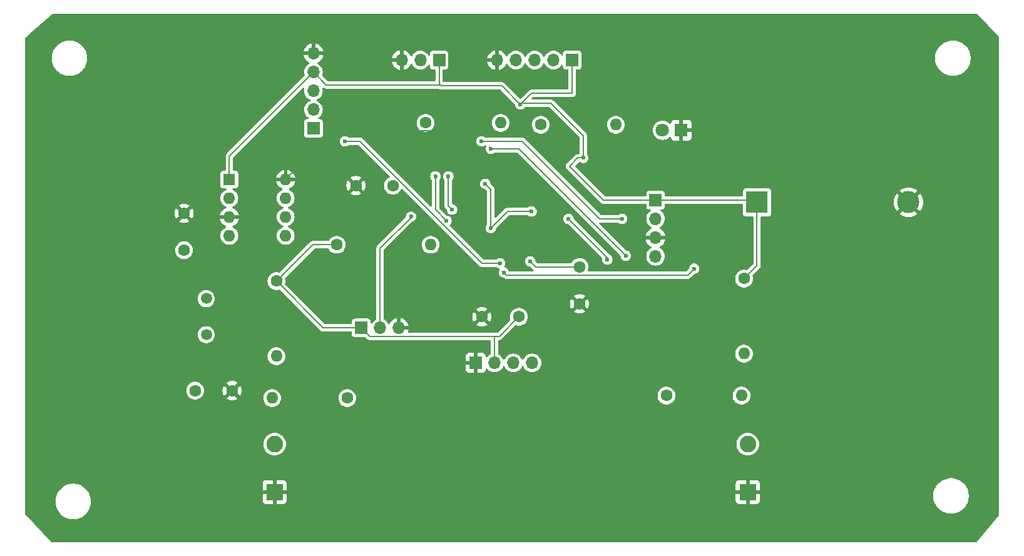
<source format=gbl>
G04 #@! TF.GenerationSoftware,KiCad,Pcbnew,8.0.8*
G04 #@! TF.CreationDate,2025-02-09T14:04:56-05:00*
G04 #@! TF.ProjectId,AetherX_KiCad,41657468-6572-4585-9f4b-694361642e6b,rev?*
G04 #@! TF.SameCoordinates,Original*
G04 #@! TF.FileFunction,Copper,L2,Bot*
G04 #@! TF.FilePolarity,Positive*
%FSLAX46Y46*%
G04 Gerber Fmt 4.6, Leading zero omitted, Abs format (unit mm)*
G04 Created by KiCad (PCBNEW 8.0.8) date 2025-02-09 14:04:56*
%MOMM*%
%LPD*%
G01*
G04 APERTURE LIST*
G04 #@! TA.AperFunction,ComponentPad*
%ADD10R,1.600000X1.600000*%
G04 #@! TD*
G04 #@! TA.AperFunction,ComponentPad*
%ADD11O,1.600000X1.600000*%
G04 #@! TD*
G04 #@! TA.AperFunction,ComponentPad*
%ADD12C,1.600000*%
G04 #@! TD*
G04 #@! TA.AperFunction,ComponentPad*
%ADD13C,1.500000*%
G04 #@! TD*
G04 #@! TA.AperFunction,ComponentPad*
%ADD14R,1.700000X1.700000*%
G04 #@! TD*
G04 #@! TA.AperFunction,ComponentPad*
%ADD15O,1.700000X1.700000*%
G04 #@! TD*
G04 #@! TA.AperFunction,ComponentPad*
%ADD16R,2.250000X2.250000*%
G04 #@! TD*
G04 #@! TA.AperFunction,ComponentPad*
%ADD17C,2.250000*%
G04 #@! TD*
G04 #@! TA.AperFunction,ComponentPad*
%ADD18R,1.800000X1.800000*%
G04 #@! TD*
G04 #@! TA.AperFunction,ComponentPad*
%ADD19C,1.800000*%
G04 #@! TD*
G04 #@! TA.AperFunction,ComponentPad*
%ADD20R,3.000000X3.000000*%
G04 #@! TD*
G04 #@! TA.AperFunction,ComponentPad*
%ADD21C,3.000000*%
G04 #@! TD*
G04 #@! TA.AperFunction,ViaPad*
%ADD22C,0.600000*%
G04 #@! TD*
G04 #@! TA.AperFunction,Conductor*
%ADD23C,0.200000*%
G04 #@! TD*
G04 APERTURE END LIST*
D10*
X123630000Y-85670000D03*
D11*
X123630000Y-88210000D03*
X123630000Y-90750000D03*
X123630000Y-93290000D03*
X131250000Y-93290000D03*
X131250000Y-90750000D03*
X131250000Y-88210000D03*
X131250000Y-85670000D03*
D12*
X165750000Y-78250000D03*
D11*
X175910000Y-78250000D03*
D12*
X182750000Y-114920000D03*
D11*
X192910000Y-114920000D03*
D12*
X139580000Y-115250000D03*
D11*
X129420000Y-115250000D03*
D13*
X120500000Y-101800000D03*
X120500000Y-106680000D03*
D14*
X181275000Y-88450000D03*
D15*
X181275000Y-90990000D03*
X181275000Y-93530000D03*
X181275000Y-96070000D03*
D12*
X117500000Y-95250000D03*
X117500000Y-90250000D03*
D14*
X152000000Y-69500000D03*
D15*
X149460000Y-69500000D03*
X146920000Y-69500000D03*
D12*
X138150000Y-94500000D03*
D11*
X150850000Y-94500000D03*
D12*
X140750000Y-86500000D03*
X145750000Y-86500000D03*
D14*
X170000000Y-69500000D03*
D15*
X167460000Y-69500000D03*
X164920000Y-69500000D03*
X162380000Y-69500000D03*
X159840000Y-69500000D03*
D12*
X162790000Y-104250000D03*
X157790000Y-104250000D03*
D16*
X129750000Y-128000000D03*
D17*
X129750000Y-121500000D03*
D12*
X193250000Y-99090000D03*
D11*
X193250000Y-109250000D03*
D16*
X193750000Y-128000000D03*
D17*
X193750000Y-121500000D03*
D12*
X150170000Y-78000000D03*
D11*
X160330000Y-78000000D03*
D14*
X135000000Y-78750000D03*
D15*
X135000000Y-76210000D03*
X135000000Y-73670000D03*
X135000000Y-71130000D03*
X135000000Y-68590000D03*
D18*
X184750000Y-79000000D03*
D19*
X182210000Y-79000000D03*
D14*
X141460000Y-105750000D03*
D15*
X144000000Y-105750000D03*
X146540000Y-105750000D03*
D20*
X195000000Y-88749999D03*
D21*
X215490000Y-88749999D03*
D12*
X171000000Y-97500000D03*
X171000000Y-102500000D03*
X130000000Y-99420000D03*
D11*
X130000000Y-109580000D03*
D12*
X119000000Y-114250000D03*
X124000000Y-114250000D03*
D14*
X156950000Y-110500000D03*
D15*
X159490000Y-110500000D03*
X162030000Y-110500000D03*
X164570000Y-110500000D03*
D22*
X165750000Y-81250000D03*
X160000000Y-99250000D03*
X164000000Y-72750000D03*
X158250000Y-86250000D03*
X171500000Y-82750000D03*
X163000000Y-75500000D03*
X164500000Y-90000000D03*
X159000000Y-92250000D03*
X153000000Y-80750000D03*
X161000000Y-87750000D03*
X153750000Y-89750000D03*
X153250000Y-85250000D03*
X151500000Y-85250000D03*
X153000000Y-91250000D03*
X164325000Y-96750000D03*
X186500000Y-97750000D03*
X160750000Y-98250000D03*
X176750000Y-91000000D03*
X157750000Y-80500000D03*
X169500000Y-91000000D03*
X174750000Y-96500000D03*
X159000000Y-81500000D03*
X177250000Y-96000000D03*
X148200000Y-90700000D03*
X139250000Y-80500000D03*
X160250000Y-97000000D03*
D23*
X160250000Y-97000000D02*
X157805635Y-97000000D01*
X157805635Y-97000000D02*
X141305635Y-80500000D01*
X141305635Y-80500000D02*
X139250000Y-80500000D01*
X153250000Y-89250000D02*
X153250000Y-85250000D01*
X153750000Y-89750000D02*
X153250000Y-89250000D01*
X148200000Y-90700000D02*
X148200000Y-90800000D01*
X148200000Y-90800000D02*
X144000000Y-95000000D01*
X144000000Y-95000000D02*
X144000000Y-105750000D01*
X185650000Y-98600000D02*
X186500000Y-97750000D01*
X160750000Y-98250000D02*
X161100000Y-98600000D01*
X161100000Y-98600000D02*
X185650000Y-98600000D01*
X160500000Y-73000000D02*
X152250000Y-73000000D01*
X195000000Y-88749999D02*
X195000000Y-97340000D01*
X152125000Y-72875000D02*
X152250000Y-73000000D01*
X171500000Y-82750000D02*
X170750000Y-82750000D01*
X161250000Y-90000000D02*
X159000000Y-92250000D01*
X171500000Y-79750000D02*
X171500000Y-82750000D01*
X152250000Y-73000000D02*
X152000000Y-72750000D01*
X160140000Y-106900000D02*
X162790000Y-104250000D01*
X141460000Y-105750000D02*
X136330000Y-105750000D01*
X174200000Y-88450000D02*
X169625000Y-83875000D01*
X159000000Y-87000000D02*
X158250000Y-86250000D01*
X170000000Y-69500000D02*
X170000000Y-74000000D01*
X163000000Y-75500000D02*
X163125000Y-75375000D01*
X142610000Y-106900000D02*
X159500000Y-106900000D01*
X123630000Y-85670000D02*
X123630000Y-82500000D01*
X181275000Y-88450000D02*
X194700001Y-88450000D01*
X152000000Y-72750000D02*
X152000000Y-69500000D01*
X181275000Y-88450000D02*
X174200000Y-88450000D01*
X134920000Y-94500000D02*
X130000000Y-99420000D01*
X136330000Y-105750000D02*
X130000000Y-99420000D01*
X164500000Y-90000000D02*
X161250000Y-90000000D01*
X123630000Y-82500000D02*
X135000000Y-71130000D01*
X159500000Y-106900000D02*
X160140000Y-106900000D01*
X141460000Y-105750000D02*
X142610000Y-106900000D01*
X159000000Y-92250000D02*
X159000000Y-87000000D01*
X160500000Y-73000000D02*
X163000000Y-75500000D01*
X194700001Y-88450000D02*
X195000000Y-88749999D01*
X136745000Y-72875000D02*
X135000000Y-71130000D01*
X164500000Y-74000000D02*
X163000000Y-75500000D01*
X136745000Y-72875000D02*
X152125000Y-72875000D01*
X195000000Y-97340000D02*
X193250000Y-99090000D01*
X170000000Y-74000000D02*
X164500000Y-74000000D01*
X170750000Y-82750000D02*
X169625000Y-83875000D01*
X159490000Y-106910000D02*
X159500000Y-106900000D01*
X167125000Y-75375000D02*
X171500000Y-79750000D01*
X138150000Y-94500000D02*
X134920000Y-94500000D01*
X163125000Y-75375000D02*
X167125000Y-75375000D01*
X159490000Y-110500000D02*
X159490000Y-106910000D01*
X161000000Y-87750000D02*
X153625000Y-80375000D01*
X137750000Y-79000000D02*
X137000000Y-79750000D01*
X140750000Y-79000000D02*
X137750000Y-79000000D01*
X152350000Y-79100000D02*
X140850000Y-79100000D01*
X153000000Y-80750000D02*
X153375000Y-80375000D01*
X153375000Y-80375000D02*
X153625000Y-80375000D01*
X137000000Y-79920000D02*
X131250000Y-85670000D01*
X153625000Y-80375000D02*
X152350000Y-79100000D01*
X137000000Y-79750000D02*
X137000000Y-79920000D01*
X140850000Y-79100000D02*
X140750000Y-79000000D01*
X153000000Y-91250000D02*
X151500000Y-89750000D01*
X151500000Y-89750000D02*
X151500000Y-85250000D01*
X165075000Y-97500000D02*
X171000000Y-97500000D01*
X164325000Y-96750000D02*
X165075000Y-97500000D01*
X173750000Y-91000000D02*
X163250000Y-80500000D01*
X176750000Y-91000000D02*
X173750000Y-91000000D01*
X163250000Y-80500000D02*
X157750000Y-80500000D01*
X169500000Y-91000000D02*
X174750000Y-96250000D01*
X174750000Y-96250000D02*
X174750000Y-96500000D01*
X162750000Y-81500000D02*
X159000000Y-81500000D01*
X177250000Y-96000000D02*
X162750000Y-81500000D01*
G04 #@! TA.AperFunction,Conductor*
G36*
X224794714Y-63270185D02*
G01*
X224818539Y-63290122D01*
X227612512Y-66299015D01*
X227716366Y-66410858D01*
X227747559Y-66473379D01*
X227749500Y-66495234D01*
X227749500Y-131028277D01*
X227729815Y-131095316D01*
X227721738Y-131106470D01*
X224798995Y-134703693D01*
X224741443Y-134743311D01*
X224702757Y-134749500D01*
X99520554Y-134749500D01*
X99453515Y-134729815D01*
X99430091Y-134710309D01*
X96034037Y-131087850D01*
X96002547Y-131025479D01*
X96000500Y-131003041D01*
X96000500Y-129115186D01*
X100099500Y-129115186D01*
X100099500Y-129384813D01*
X100129686Y-129652719D01*
X100129688Y-129652731D01*
X100189684Y-129915594D01*
X100189687Y-129915602D01*
X100278734Y-130170082D01*
X100395714Y-130412994D01*
X100395716Y-130412997D01*
X100539162Y-130641289D01*
X100707266Y-130852085D01*
X100897915Y-131042734D01*
X101108711Y-131210838D01*
X101337003Y-131354284D01*
X101579921Y-131471267D01*
X101761257Y-131534719D01*
X101834397Y-131560312D01*
X101834405Y-131560315D01*
X101834408Y-131560315D01*
X101834409Y-131560316D01*
X102097268Y-131620312D01*
X102365187Y-131650499D01*
X102365188Y-131650500D01*
X102365191Y-131650500D01*
X102634812Y-131650500D01*
X102634812Y-131650499D01*
X102902732Y-131620312D01*
X103165591Y-131560316D01*
X103420079Y-131471267D01*
X103662997Y-131354284D01*
X103891289Y-131210838D01*
X104102085Y-131042734D01*
X104292734Y-130852085D01*
X104460838Y-130641289D01*
X104604284Y-130412997D01*
X104721267Y-130170079D01*
X104810316Y-129915591D01*
X104870312Y-129652732D01*
X104900500Y-129384809D01*
X104900500Y-129115191D01*
X104870312Y-128847268D01*
X104810316Y-128584409D01*
X104721267Y-128329921D01*
X104604284Y-128087003D01*
X104460838Y-127858711D01*
X104292734Y-127647915D01*
X104102085Y-127457266D01*
X103891289Y-127289162D01*
X103662997Y-127145716D01*
X103662994Y-127145714D01*
X103420082Y-127028734D01*
X103165602Y-126939687D01*
X103165594Y-126939684D01*
X102968446Y-126894687D01*
X102902732Y-126879688D01*
X102902728Y-126879687D01*
X102902719Y-126879686D01*
X102634813Y-126849500D01*
X102634809Y-126849500D01*
X102365191Y-126849500D01*
X102365186Y-126849500D01*
X102097280Y-126879686D01*
X102097268Y-126879688D01*
X101834405Y-126939684D01*
X101834397Y-126939687D01*
X101579917Y-127028734D01*
X101337005Y-127145714D01*
X101108712Y-127289161D01*
X100897915Y-127457265D01*
X100707265Y-127647915D01*
X100539161Y-127858712D01*
X100395714Y-128087005D01*
X100278734Y-128329917D01*
X100189687Y-128584397D01*
X100189684Y-128584405D01*
X100129688Y-128847268D01*
X100129686Y-128847280D01*
X100099500Y-129115186D01*
X96000500Y-129115186D01*
X96000500Y-126827155D01*
X128125000Y-126827155D01*
X128125000Y-127750000D01*
X129149999Y-127750000D01*
X129124979Y-127810402D01*
X129100000Y-127935981D01*
X129100000Y-128064019D01*
X129124979Y-128189598D01*
X129149999Y-128250000D01*
X128125000Y-128250000D01*
X128125000Y-129172844D01*
X128131401Y-129232372D01*
X128131403Y-129232379D01*
X128181645Y-129367086D01*
X128181649Y-129367093D01*
X128267809Y-129482187D01*
X128267812Y-129482190D01*
X128382906Y-129568350D01*
X128382913Y-129568354D01*
X128517620Y-129618596D01*
X128517627Y-129618598D01*
X128577155Y-129624999D01*
X128577172Y-129625000D01*
X129500000Y-129625000D01*
X129500000Y-128600001D01*
X129560402Y-128625021D01*
X129685981Y-128650000D01*
X129814019Y-128650000D01*
X129939598Y-128625021D01*
X130000000Y-128600001D01*
X130000000Y-129625000D01*
X130922828Y-129625000D01*
X130922844Y-129624999D01*
X130982372Y-129618598D01*
X130982379Y-129618596D01*
X131117086Y-129568354D01*
X131117093Y-129568350D01*
X131232187Y-129482190D01*
X131232190Y-129482187D01*
X131318350Y-129367093D01*
X131318354Y-129367086D01*
X131368596Y-129232379D01*
X131368598Y-129232372D01*
X131374999Y-129172844D01*
X131375000Y-129172827D01*
X131375000Y-128250000D01*
X130350001Y-128250000D01*
X130375021Y-128189598D01*
X130400000Y-128064019D01*
X130400000Y-127935981D01*
X130375021Y-127810402D01*
X130350001Y-127750000D01*
X131375000Y-127750000D01*
X131375000Y-126827172D01*
X131374999Y-126827155D01*
X192125000Y-126827155D01*
X192125000Y-127750000D01*
X193149999Y-127750000D01*
X193124979Y-127810402D01*
X193100000Y-127935981D01*
X193100000Y-128064019D01*
X193124979Y-128189598D01*
X193149999Y-128250000D01*
X192125000Y-128250000D01*
X192125000Y-129172844D01*
X192131401Y-129232372D01*
X192131403Y-129232379D01*
X192181645Y-129367086D01*
X192181649Y-129367093D01*
X192267809Y-129482187D01*
X192267812Y-129482190D01*
X192382906Y-129568350D01*
X192382913Y-129568354D01*
X192517620Y-129618596D01*
X192517627Y-129618598D01*
X192577155Y-129624999D01*
X192577172Y-129625000D01*
X193500000Y-129625000D01*
X193500000Y-128600001D01*
X193560402Y-128625021D01*
X193685981Y-128650000D01*
X193814019Y-128650000D01*
X193939598Y-128625021D01*
X194000000Y-128600001D01*
X194000000Y-129625000D01*
X194922828Y-129625000D01*
X194922844Y-129624999D01*
X194982372Y-129618598D01*
X194982379Y-129618596D01*
X195117086Y-129568354D01*
X195117093Y-129568350D01*
X195232187Y-129482190D01*
X195232190Y-129482187D01*
X195318350Y-129367093D01*
X195318354Y-129367086D01*
X195368596Y-129232379D01*
X195368598Y-129232372D01*
X195374999Y-129172844D01*
X195375000Y-129172827D01*
X195375000Y-128365186D01*
X218849500Y-128365186D01*
X218849500Y-128634813D01*
X218879686Y-128902719D01*
X218879688Y-128902731D01*
X218939684Y-129165594D01*
X218939687Y-129165602D01*
X219028734Y-129420082D01*
X219145714Y-129662994D01*
X219145716Y-129662997D01*
X219289162Y-129891289D01*
X219457266Y-130102085D01*
X219647915Y-130292734D01*
X219858711Y-130460838D01*
X220087003Y-130604284D01*
X220329921Y-130721267D01*
X220521049Y-130788145D01*
X220584397Y-130810312D01*
X220584405Y-130810315D01*
X220584408Y-130810315D01*
X220584409Y-130810316D01*
X220847268Y-130870312D01*
X221115187Y-130900499D01*
X221115188Y-130900500D01*
X221115191Y-130900500D01*
X221384812Y-130900500D01*
X221384812Y-130900499D01*
X221652732Y-130870312D01*
X221915591Y-130810316D01*
X222170079Y-130721267D01*
X222412997Y-130604284D01*
X222641289Y-130460838D01*
X222852085Y-130292734D01*
X223042734Y-130102085D01*
X223210838Y-129891289D01*
X223354284Y-129662997D01*
X223471267Y-129420079D01*
X223560316Y-129165591D01*
X223620312Y-128902732D01*
X223650500Y-128634809D01*
X223650500Y-128365191D01*
X223620312Y-128097268D01*
X223560316Y-127834409D01*
X223471267Y-127579921D01*
X223354284Y-127337003D01*
X223210838Y-127108711D01*
X223042734Y-126897915D01*
X222852085Y-126707266D01*
X222641289Y-126539162D01*
X222412997Y-126395716D01*
X222412994Y-126395714D01*
X222170082Y-126278734D01*
X221915602Y-126189687D01*
X221915594Y-126189684D01*
X221718446Y-126144687D01*
X221652732Y-126129688D01*
X221652728Y-126129687D01*
X221652719Y-126129686D01*
X221384813Y-126099500D01*
X221384809Y-126099500D01*
X221115191Y-126099500D01*
X221115186Y-126099500D01*
X220847280Y-126129686D01*
X220847268Y-126129688D01*
X220584405Y-126189684D01*
X220584397Y-126189687D01*
X220329917Y-126278734D01*
X220087005Y-126395714D01*
X219858712Y-126539161D01*
X219647915Y-126707265D01*
X219457265Y-126897915D01*
X219289161Y-127108712D01*
X219145714Y-127337005D01*
X219028734Y-127579917D01*
X218939687Y-127834397D01*
X218939684Y-127834405D01*
X218879688Y-128097268D01*
X218879686Y-128097280D01*
X218849500Y-128365186D01*
X195375000Y-128365186D01*
X195375000Y-128250000D01*
X194350001Y-128250000D01*
X194375021Y-128189598D01*
X194400000Y-128064019D01*
X194400000Y-127935981D01*
X194375021Y-127810402D01*
X194350001Y-127750000D01*
X195375000Y-127750000D01*
X195375000Y-126827172D01*
X195374999Y-126827155D01*
X195368598Y-126767627D01*
X195368596Y-126767620D01*
X195318354Y-126632913D01*
X195318350Y-126632906D01*
X195232190Y-126517812D01*
X195232187Y-126517809D01*
X195117093Y-126431649D01*
X195117086Y-126431645D01*
X194982379Y-126381403D01*
X194982372Y-126381401D01*
X194922844Y-126375000D01*
X194000000Y-126375000D01*
X194000000Y-127399998D01*
X193939598Y-127374979D01*
X193814019Y-127350000D01*
X193685981Y-127350000D01*
X193560402Y-127374979D01*
X193500000Y-127399998D01*
X193500000Y-126375000D01*
X192577155Y-126375000D01*
X192517627Y-126381401D01*
X192517620Y-126381403D01*
X192382913Y-126431645D01*
X192382906Y-126431649D01*
X192267812Y-126517809D01*
X192267809Y-126517812D01*
X192181649Y-126632906D01*
X192181645Y-126632913D01*
X192131403Y-126767620D01*
X192131401Y-126767627D01*
X192125000Y-126827155D01*
X131374999Y-126827155D01*
X131368598Y-126767627D01*
X131368596Y-126767620D01*
X131318354Y-126632913D01*
X131318350Y-126632906D01*
X131232190Y-126517812D01*
X131232187Y-126517809D01*
X131117093Y-126431649D01*
X131117086Y-126431645D01*
X130982379Y-126381403D01*
X130982372Y-126381401D01*
X130922844Y-126375000D01*
X130000000Y-126375000D01*
X130000000Y-127399998D01*
X129939598Y-127374979D01*
X129814019Y-127350000D01*
X129685981Y-127350000D01*
X129560402Y-127374979D01*
X129500000Y-127399998D01*
X129500000Y-126375000D01*
X128577155Y-126375000D01*
X128517627Y-126381401D01*
X128517620Y-126381403D01*
X128382913Y-126431645D01*
X128382906Y-126431649D01*
X128267812Y-126517809D01*
X128267809Y-126517812D01*
X128181649Y-126632906D01*
X128181645Y-126632913D01*
X128131403Y-126767620D01*
X128131401Y-126767627D01*
X128125000Y-126827155D01*
X96000500Y-126827155D01*
X96000500Y-121500000D01*
X128219783Y-121500000D01*
X128238623Y-121739382D01*
X128294674Y-121972853D01*
X128294678Y-121972865D01*
X128386565Y-122194702D01*
X128512026Y-122399436D01*
X128512028Y-122399439D01*
X128667973Y-122582027D01*
X128850561Y-122737972D01*
X128850563Y-122737973D01*
X129055297Y-122863434D01*
X129152047Y-122903508D01*
X129277137Y-122955323D01*
X129510621Y-123011377D01*
X129750000Y-123030217D01*
X129989379Y-123011377D01*
X130222863Y-122955323D01*
X130444704Y-122863433D01*
X130649439Y-122737972D01*
X130832027Y-122582027D01*
X130987972Y-122399439D01*
X131113433Y-122194704D01*
X131205323Y-121972863D01*
X131261377Y-121739379D01*
X131280217Y-121500000D01*
X192219783Y-121500000D01*
X192238623Y-121739382D01*
X192294674Y-121972853D01*
X192294678Y-121972865D01*
X192386565Y-122194702D01*
X192512026Y-122399436D01*
X192512028Y-122399439D01*
X192667973Y-122582027D01*
X192850561Y-122737972D01*
X192850563Y-122737973D01*
X193055297Y-122863434D01*
X193152047Y-122903508D01*
X193277137Y-122955323D01*
X193510621Y-123011377D01*
X193750000Y-123030217D01*
X193989379Y-123011377D01*
X194222863Y-122955323D01*
X194444704Y-122863433D01*
X194649439Y-122737972D01*
X194832027Y-122582027D01*
X194987972Y-122399439D01*
X195113433Y-122194704D01*
X195205323Y-121972863D01*
X195261377Y-121739379D01*
X195280217Y-121500000D01*
X195261377Y-121260621D01*
X195205323Y-121027137D01*
X195153508Y-120902047D01*
X195113434Y-120805297D01*
X194987973Y-120600563D01*
X194987972Y-120600561D01*
X194832027Y-120417973D01*
X194649439Y-120262028D01*
X194649436Y-120262026D01*
X194444702Y-120136565D01*
X194222865Y-120044678D01*
X194222867Y-120044678D01*
X194222863Y-120044677D01*
X194222859Y-120044676D01*
X194222853Y-120044674D01*
X193989382Y-119988623D01*
X193750000Y-119969783D01*
X193510617Y-119988623D01*
X193277146Y-120044674D01*
X193277134Y-120044678D01*
X193055297Y-120136565D01*
X192850563Y-120262026D01*
X192667973Y-120417973D01*
X192512026Y-120600563D01*
X192386565Y-120805297D01*
X192294678Y-121027134D01*
X192294674Y-121027146D01*
X192238623Y-121260617D01*
X192219783Y-121500000D01*
X131280217Y-121500000D01*
X131261377Y-121260621D01*
X131205323Y-121027137D01*
X131153508Y-120902047D01*
X131113434Y-120805297D01*
X130987973Y-120600563D01*
X130987972Y-120600561D01*
X130832027Y-120417973D01*
X130649439Y-120262028D01*
X130649436Y-120262026D01*
X130444702Y-120136565D01*
X130222865Y-120044678D01*
X130222867Y-120044678D01*
X130222863Y-120044677D01*
X130222859Y-120044676D01*
X130222853Y-120044674D01*
X129989382Y-119988623D01*
X129750000Y-119969783D01*
X129510617Y-119988623D01*
X129277146Y-120044674D01*
X129277134Y-120044678D01*
X129055297Y-120136565D01*
X128850563Y-120262026D01*
X128667973Y-120417973D01*
X128512026Y-120600563D01*
X128386565Y-120805297D01*
X128294678Y-121027134D01*
X128294674Y-121027146D01*
X128238623Y-121260617D01*
X128219783Y-121500000D01*
X96000500Y-121500000D01*
X96000500Y-114249999D01*
X117794357Y-114249999D01*
X117794357Y-114250000D01*
X117814884Y-114471535D01*
X117814885Y-114471537D01*
X117875769Y-114685523D01*
X117875775Y-114685538D01*
X117974938Y-114884683D01*
X117974943Y-114884691D01*
X118109020Y-115062238D01*
X118273437Y-115212123D01*
X118273439Y-115212125D01*
X118462595Y-115329245D01*
X118462596Y-115329245D01*
X118462599Y-115329247D01*
X118670060Y-115409618D01*
X118888757Y-115450500D01*
X118888759Y-115450500D01*
X119111241Y-115450500D01*
X119111243Y-115450500D01*
X119329940Y-115409618D01*
X119537401Y-115329247D01*
X119726562Y-115212124D01*
X119890981Y-115062236D01*
X120025058Y-114884689D01*
X120124229Y-114685528D01*
X120185115Y-114471536D01*
X120205643Y-114250000D01*
X120205643Y-114249997D01*
X122695034Y-114249997D01*
X122695034Y-114250002D01*
X122714858Y-114476599D01*
X122714860Y-114476610D01*
X122773730Y-114696317D01*
X122773735Y-114696331D01*
X122869863Y-114902478D01*
X122920974Y-114975472D01*
X123600000Y-114296446D01*
X123600000Y-114302661D01*
X123627259Y-114404394D01*
X123679920Y-114495606D01*
X123754394Y-114570080D01*
X123845606Y-114622741D01*
X123947339Y-114650000D01*
X123953553Y-114650000D01*
X123274526Y-115329025D01*
X123347513Y-115380132D01*
X123347521Y-115380136D01*
X123553668Y-115476264D01*
X123553682Y-115476269D01*
X123773389Y-115535139D01*
X123773400Y-115535141D01*
X123999998Y-115554966D01*
X124000002Y-115554966D01*
X124226599Y-115535141D01*
X124226610Y-115535139D01*
X124446317Y-115476269D01*
X124446331Y-115476264D01*
X124652478Y-115380136D01*
X124725471Y-115329024D01*
X124646446Y-115249999D01*
X128214357Y-115249999D01*
X128214357Y-115250000D01*
X128234884Y-115471535D01*
X128234885Y-115471537D01*
X128295769Y-115685523D01*
X128295775Y-115685538D01*
X128394938Y-115884683D01*
X128394943Y-115884691D01*
X128529020Y-116062238D01*
X128693437Y-116212123D01*
X128693439Y-116212125D01*
X128882595Y-116329245D01*
X128882596Y-116329245D01*
X128882599Y-116329247D01*
X129090060Y-116409618D01*
X129308757Y-116450500D01*
X129308759Y-116450500D01*
X129531241Y-116450500D01*
X129531243Y-116450500D01*
X129749940Y-116409618D01*
X129957401Y-116329247D01*
X130146562Y-116212124D01*
X130310981Y-116062236D01*
X130445058Y-115884689D01*
X130544229Y-115685528D01*
X130605115Y-115471536D01*
X130625643Y-115250000D01*
X130625643Y-115249999D01*
X138374357Y-115249999D01*
X138374357Y-115250000D01*
X138394884Y-115471535D01*
X138394885Y-115471537D01*
X138455769Y-115685523D01*
X138455775Y-115685538D01*
X138554938Y-115884683D01*
X138554943Y-115884691D01*
X138689020Y-116062238D01*
X138853437Y-116212123D01*
X138853439Y-116212125D01*
X139042595Y-116329245D01*
X139042596Y-116329245D01*
X139042599Y-116329247D01*
X139250060Y-116409618D01*
X139468757Y-116450500D01*
X139468759Y-116450500D01*
X139691241Y-116450500D01*
X139691243Y-116450500D01*
X139909940Y-116409618D01*
X140117401Y-116329247D01*
X140306562Y-116212124D01*
X140470981Y-116062236D01*
X140605058Y-115884689D01*
X140704229Y-115685528D01*
X140765115Y-115471536D01*
X140785643Y-115250000D01*
X140775592Y-115141536D01*
X140765115Y-115028464D01*
X140765114Y-115028462D01*
X140734254Y-114919999D01*
X181544357Y-114919999D01*
X181544357Y-114920000D01*
X181564884Y-115141535D01*
X181564885Y-115141537D01*
X181625769Y-115355523D01*
X181625775Y-115355538D01*
X181724938Y-115554683D01*
X181724943Y-115554691D01*
X181859020Y-115732238D01*
X182023437Y-115882123D01*
X182023439Y-115882125D01*
X182212595Y-115999245D01*
X182212596Y-115999245D01*
X182212599Y-115999247D01*
X182420060Y-116079618D01*
X182638757Y-116120500D01*
X182638759Y-116120500D01*
X182861241Y-116120500D01*
X182861243Y-116120500D01*
X183079940Y-116079618D01*
X183287401Y-115999247D01*
X183476562Y-115882124D01*
X183640981Y-115732236D01*
X183775058Y-115554689D01*
X183874229Y-115355528D01*
X183935115Y-115141536D01*
X183955643Y-114920000D01*
X183955643Y-114919999D01*
X191704357Y-114919999D01*
X191704357Y-114920000D01*
X191724884Y-115141535D01*
X191724885Y-115141537D01*
X191785769Y-115355523D01*
X191785775Y-115355538D01*
X191884938Y-115554683D01*
X191884943Y-115554691D01*
X192019020Y-115732238D01*
X192183437Y-115882123D01*
X192183439Y-115882125D01*
X192372595Y-115999245D01*
X192372596Y-115999245D01*
X192372599Y-115999247D01*
X192580060Y-116079618D01*
X192798757Y-116120500D01*
X192798759Y-116120500D01*
X193021241Y-116120500D01*
X193021243Y-116120500D01*
X193239940Y-116079618D01*
X193447401Y-115999247D01*
X193636562Y-115882124D01*
X193800981Y-115732236D01*
X193935058Y-115554689D01*
X194034229Y-115355528D01*
X194095115Y-115141536D01*
X194115643Y-114920000D01*
X194112370Y-114884683D01*
X194095115Y-114698464D01*
X194095114Y-114698462D01*
X194081325Y-114650000D01*
X194034229Y-114484472D01*
X194034224Y-114484461D01*
X193935061Y-114285316D01*
X193935056Y-114285308D01*
X193800979Y-114107761D01*
X193636562Y-113957876D01*
X193636560Y-113957874D01*
X193447404Y-113840754D01*
X193447398Y-113840752D01*
X193239940Y-113760382D01*
X193021243Y-113719500D01*
X192798757Y-113719500D01*
X192580060Y-113760382D01*
X192468326Y-113803668D01*
X192372601Y-113840752D01*
X192372595Y-113840754D01*
X192183439Y-113957874D01*
X192183437Y-113957876D01*
X192019020Y-114107761D01*
X191884943Y-114285308D01*
X191884938Y-114285316D01*
X191785775Y-114484461D01*
X191785769Y-114484476D01*
X191724885Y-114698462D01*
X191724884Y-114698464D01*
X191704357Y-114919999D01*
X183955643Y-114919999D01*
X183952370Y-114884683D01*
X183935115Y-114698464D01*
X183935114Y-114698462D01*
X183921325Y-114650000D01*
X183874229Y-114484472D01*
X183874224Y-114484461D01*
X183775061Y-114285316D01*
X183775056Y-114285308D01*
X183640979Y-114107761D01*
X183476562Y-113957876D01*
X183476560Y-113957874D01*
X183287404Y-113840754D01*
X183287398Y-113840752D01*
X183079940Y-113760382D01*
X182861243Y-113719500D01*
X182638757Y-113719500D01*
X182420060Y-113760382D01*
X182308326Y-113803668D01*
X182212601Y-113840752D01*
X182212595Y-113840754D01*
X182023439Y-113957874D01*
X182023437Y-113957876D01*
X181859020Y-114107761D01*
X181724943Y-114285308D01*
X181724938Y-114285316D01*
X181625775Y-114484461D01*
X181625769Y-114484476D01*
X181564885Y-114698462D01*
X181564884Y-114698464D01*
X181544357Y-114919999D01*
X140734254Y-114919999D01*
X140704230Y-114814476D01*
X140704229Y-114814472D01*
X140646463Y-114698462D01*
X140605061Y-114615316D01*
X140605056Y-114615308D01*
X140470979Y-114437761D01*
X140306562Y-114287876D01*
X140306560Y-114287874D01*
X140117404Y-114170754D01*
X140117398Y-114170752D01*
X139909940Y-114090382D01*
X139691243Y-114049500D01*
X139468757Y-114049500D01*
X139250060Y-114090382D01*
X139118864Y-114141207D01*
X139042601Y-114170752D01*
X139042595Y-114170754D01*
X138853439Y-114287874D01*
X138853437Y-114287876D01*
X138689020Y-114437761D01*
X138554943Y-114615308D01*
X138554938Y-114615316D01*
X138455775Y-114814461D01*
X138455769Y-114814476D01*
X138394885Y-115028462D01*
X138394884Y-115028464D01*
X138374357Y-115249999D01*
X130625643Y-115249999D01*
X130615592Y-115141536D01*
X130605115Y-115028464D01*
X130605114Y-115028462D01*
X130544230Y-114814476D01*
X130544229Y-114814472D01*
X130486463Y-114698462D01*
X130445061Y-114615316D01*
X130445056Y-114615308D01*
X130310979Y-114437761D01*
X130146562Y-114287876D01*
X130146560Y-114287874D01*
X129957404Y-114170754D01*
X129957398Y-114170752D01*
X129749940Y-114090382D01*
X129531243Y-114049500D01*
X129308757Y-114049500D01*
X129090060Y-114090382D01*
X128958864Y-114141207D01*
X128882601Y-114170752D01*
X128882595Y-114170754D01*
X128693439Y-114287874D01*
X128693437Y-114287876D01*
X128529020Y-114437761D01*
X128394943Y-114615308D01*
X128394938Y-114615316D01*
X128295775Y-114814461D01*
X128295769Y-114814476D01*
X128234885Y-115028462D01*
X128234884Y-115028464D01*
X128214357Y-115249999D01*
X124646446Y-115249999D01*
X124046447Y-114650000D01*
X124052661Y-114650000D01*
X124154394Y-114622741D01*
X124245606Y-114570080D01*
X124320080Y-114495606D01*
X124372741Y-114404394D01*
X124400000Y-114302661D01*
X124400000Y-114296447D01*
X125079024Y-114975471D01*
X125130136Y-114902478D01*
X125226264Y-114696331D01*
X125226269Y-114696317D01*
X125285139Y-114476610D01*
X125285141Y-114476599D01*
X125304966Y-114250002D01*
X125304966Y-114249997D01*
X125285141Y-114023400D01*
X125285139Y-114023389D01*
X125226269Y-113803682D01*
X125226264Y-113803668D01*
X125130136Y-113597521D01*
X125130132Y-113597513D01*
X125079025Y-113524526D01*
X124400000Y-114203551D01*
X124400000Y-114197339D01*
X124372741Y-114095606D01*
X124320080Y-114004394D01*
X124245606Y-113929920D01*
X124154394Y-113877259D01*
X124052661Y-113850000D01*
X124046445Y-113850000D01*
X124725472Y-113170974D01*
X124652478Y-113119863D01*
X124446331Y-113023735D01*
X124446317Y-113023730D01*
X124226610Y-112964860D01*
X124226599Y-112964858D01*
X124000002Y-112945034D01*
X123999998Y-112945034D01*
X123773400Y-112964858D01*
X123773389Y-112964860D01*
X123553682Y-113023730D01*
X123553673Y-113023734D01*
X123347516Y-113119866D01*
X123347512Y-113119868D01*
X123274526Y-113170973D01*
X123274526Y-113170974D01*
X123953553Y-113850000D01*
X123947339Y-113850000D01*
X123845606Y-113877259D01*
X123754394Y-113929920D01*
X123679920Y-114004394D01*
X123627259Y-114095606D01*
X123600000Y-114197339D01*
X123600000Y-114203552D01*
X122920974Y-113524526D01*
X122920973Y-113524526D01*
X122869868Y-113597512D01*
X122869866Y-113597516D01*
X122773734Y-113803673D01*
X122773730Y-113803682D01*
X122714860Y-114023389D01*
X122714858Y-114023400D01*
X122695034Y-114249997D01*
X120205643Y-114249997D01*
X120191337Y-114095606D01*
X120185115Y-114028462D01*
X120124230Y-113814476D01*
X120124229Y-113814472D01*
X120124224Y-113814461D01*
X120025061Y-113615316D01*
X120025056Y-113615308D01*
X119890979Y-113437761D01*
X119726562Y-113287876D01*
X119726560Y-113287874D01*
X119537404Y-113170754D01*
X119537398Y-113170752D01*
X119329940Y-113090382D01*
X119111243Y-113049500D01*
X118888757Y-113049500D01*
X118670060Y-113090382D01*
X118593948Y-113119868D01*
X118462601Y-113170752D01*
X118462595Y-113170754D01*
X118273439Y-113287874D01*
X118273437Y-113287876D01*
X118109020Y-113437761D01*
X117974943Y-113615308D01*
X117974938Y-113615316D01*
X117875775Y-113814461D01*
X117875769Y-113814476D01*
X117814885Y-114028462D01*
X117794357Y-114249999D01*
X96000500Y-114249999D01*
X96000500Y-109579999D01*
X128794357Y-109579999D01*
X128794357Y-109580000D01*
X128814884Y-109801535D01*
X128814885Y-109801537D01*
X128875769Y-110015523D01*
X128875775Y-110015538D01*
X128974938Y-110214683D01*
X128974943Y-110214691D01*
X129109020Y-110392238D01*
X129273437Y-110542123D01*
X129273439Y-110542125D01*
X129462595Y-110659245D01*
X129462596Y-110659245D01*
X129462599Y-110659247D01*
X129670060Y-110739618D01*
X129888757Y-110780500D01*
X129888759Y-110780500D01*
X130111241Y-110780500D01*
X130111243Y-110780500D01*
X130329940Y-110739618D01*
X130537401Y-110659247D01*
X130726562Y-110542124D01*
X130890981Y-110392236D01*
X131025058Y-110214689D01*
X131124229Y-110015528D01*
X131185115Y-109801536D01*
X131205643Y-109580000D01*
X131201788Y-109538402D01*
X131185115Y-109358464D01*
X131185114Y-109358462D01*
X131166434Y-109292809D01*
X131124229Y-109144472D01*
X131066463Y-109028462D01*
X131025061Y-108945316D01*
X131025056Y-108945308D01*
X130890979Y-108767761D01*
X130726562Y-108617876D01*
X130726560Y-108617874D01*
X130537404Y-108500754D01*
X130537398Y-108500752D01*
X130329940Y-108420382D01*
X130111243Y-108379500D01*
X129888757Y-108379500D01*
X129670060Y-108420382D01*
X129538864Y-108471207D01*
X129462601Y-108500752D01*
X129462595Y-108500754D01*
X129273439Y-108617874D01*
X129273437Y-108617876D01*
X129109020Y-108767761D01*
X128974943Y-108945308D01*
X128974938Y-108945316D01*
X128875775Y-109144461D01*
X128875769Y-109144476D01*
X128814885Y-109358462D01*
X128814884Y-109358464D01*
X128794357Y-109579999D01*
X96000500Y-109579999D01*
X96000500Y-106679999D01*
X119344571Y-106679999D01*
X119344571Y-106680000D01*
X119364244Y-106892310D01*
X119422596Y-107097392D01*
X119422596Y-107097394D01*
X119517632Y-107288253D01*
X119646127Y-107458406D01*
X119646128Y-107458407D01*
X119803698Y-107602052D01*
X119984981Y-107714298D01*
X120183802Y-107791321D01*
X120393390Y-107830500D01*
X120393392Y-107830500D01*
X120606608Y-107830500D01*
X120606610Y-107830500D01*
X120816198Y-107791321D01*
X121015019Y-107714298D01*
X121196302Y-107602052D01*
X121353872Y-107458407D01*
X121482366Y-107288255D01*
X121577405Y-107097389D01*
X121635756Y-106892310D01*
X121655429Y-106680000D01*
X121635756Y-106467690D01*
X121577405Y-106262611D01*
X121577403Y-106262606D01*
X121577403Y-106262605D01*
X121482367Y-106071746D01*
X121353872Y-105901593D01*
X121325798Y-105876000D01*
X121196302Y-105757948D01*
X121015019Y-105645702D01*
X121015017Y-105645701D01*
X120915608Y-105607190D01*
X120816198Y-105568679D01*
X120606610Y-105529500D01*
X120393390Y-105529500D01*
X120183802Y-105568679D01*
X120183799Y-105568679D01*
X120183799Y-105568680D01*
X119984982Y-105645701D01*
X119984980Y-105645702D01*
X119803699Y-105757947D01*
X119646127Y-105901593D01*
X119517632Y-106071746D01*
X119422596Y-106262605D01*
X119422596Y-106262607D01*
X119364244Y-106467689D01*
X119344571Y-106679999D01*
X96000500Y-106679999D01*
X96000500Y-101799999D01*
X119344571Y-101799999D01*
X119344571Y-101800000D01*
X119364244Y-102012310D01*
X119422596Y-102217392D01*
X119422596Y-102217394D01*
X119517632Y-102408253D01*
X119626685Y-102552661D01*
X119646128Y-102578407D01*
X119803698Y-102722052D01*
X119984981Y-102834298D01*
X120183802Y-102911321D01*
X120393390Y-102950500D01*
X120393392Y-102950500D01*
X120606608Y-102950500D01*
X120606610Y-102950500D01*
X120816198Y-102911321D01*
X121015019Y-102834298D01*
X121196302Y-102722052D01*
X121353872Y-102578407D01*
X121482366Y-102408255D01*
X121577405Y-102217389D01*
X121635756Y-102012310D01*
X121655429Y-101800000D01*
X121635756Y-101587690D01*
X121577405Y-101382611D01*
X121577403Y-101382606D01*
X121577403Y-101382605D01*
X121482367Y-101191746D01*
X121353872Y-101021593D01*
X121196302Y-100877948D01*
X121015019Y-100765702D01*
X121015017Y-100765701D01*
X120915608Y-100727190D01*
X120816198Y-100688679D01*
X120606610Y-100649500D01*
X120393390Y-100649500D01*
X120183802Y-100688679D01*
X120183799Y-100688679D01*
X120183799Y-100688680D01*
X119984982Y-100765701D01*
X119984980Y-100765702D01*
X119803699Y-100877947D01*
X119646127Y-101021593D01*
X119517632Y-101191746D01*
X119422596Y-101382605D01*
X119422596Y-101382607D01*
X119364244Y-101587689D01*
X119344571Y-101799999D01*
X96000500Y-101799999D01*
X96000500Y-99419999D01*
X128794357Y-99419999D01*
X128794357Y-99420000D01*
X128814884Y-99641535D01*
X128814885Y-99641537D01*
X128875769Y-99855523D01*
X128875775Y-99855538D01*
X128974938Y-100054683D01*
X128974943Y-100054691D01*
X129109020Y-100232238D01*
X129273437Y-100382123D01*
X129273439Y-100382125D01*
X129462595Y-100499245D01*
X129462596Y-100499245D01*
X129462599Y-100499247D01*
X129670060Y-100579618D01*
X129888757Y-100620500D01*
X129888759Y-100620500D01*
X130111241Y-100620500D01*
X130111243Y-100620500D01*
X130329940Y-100579618D01*
X130342431Y-100574778D01*
X130412050Y-100568913D01*
X130473792Y-100601619D01*
X130474908Y-100602722D01*
X136022686Y-106150500D01*
X136121521Y-106207563D01*
X136131780Y-106213486D01*
X136136814Y-106216392D01*
X136264108Y-106250500D01*
X136395893Y-106250500D01*
X140085501Y-106250500D01*
X140152540Y-106270185D01*
X140198295Y-106322989D01*
X140209501Y-106374500D01*
X140209501Y-106631518D01*
X140224354Y-106725304D01*
X140281950Y-106838342D01*
X140281952Y-106838344D01*
X140281954Y-106838347D01*
X140371652Y-106928045D01*
X140371654Y-106928046D01*
X140371658Y-106928050D01*
X140484696Y-106985646D01*
X140484698Y-106985647D01*
X140578475Y-107000499D01*
X140578481Y-107000500D01*
X141951323Y-107000499D01*
X142018362Y-107020184D01*
X142039004Y-107036818D01*
X142302686Y-107300500D01*
X142416814Y-107366392D01*
X142544108Y-107400500D01*
X142675893Y-107400500D01*
X158865500Y-107400500D01*
X158932539Y-107420185D01*
X158978294Y-107472989D01*
X158989500Y-107524500D01*
X158989500Y-109274615D01*
X158969815Y-109341654D01*
X158917906Y-109386997D01*
X158862359Y-109412899D01*
X158683121Y-109538402D01*
X158528403Y-109693120D01*
X158525572Y-109697164D01*
X158470993Y-109740786D01*
X158401494Y-109747977D01*
X158339141Y-109716451D01*
X158303730Y-109656220D01*
X158300000Y-109626036D01*
X158300000Y-109602172D01*
X158299999Y-109602155D01*
X158293598Y-109542627D01*
X158293596Y-109542620D01*
X158243354Y-109407913D01*
X158243350Y-109407906D01*
X158157190Y-109292812D01*
X158157187Y-109292809D01*
X158042093Y-109206649D01*
X158042086Y-109206645D01*
X157907379Y-109156403D01*
X157907372Y-109156401D01*
X157847844Y-109150000D01*
X157200000Y-109150000D01*
X157200000Y-110066988D01*
X157142993Y-110034075D01*
X157015826Y-110000000D01*
X156884174Y-110000000D01*
X156757007Y-110034075D01*
X156700000Y-110066988D01*
X156700000Y-109150000D01*
X156052155Y-109150000D01*
X155992627Y-109156401D01*
X155992620Y-109156403D01*
X155857913Y-109206645D01*
X155857906Y-109206649D01*
X155742812Y-109292809D01*
X155742809Y-109292812D01*
X155656649Y-109407906D01*
X155656645Y-109407913D01*
X155606403Y-109542620D01*
X155606401Y-109542627D01*
X155600000Y-109602155D01*
X155600000Y-110250000D01*
X156516988Y-110250000D01*
X156484075Y-110307007D01*
X156450000Y-110434174D01*
X156450000Y-110565826D01*
X156484075Y-110692993D01*
X156516988Y-110750000D01*
X155600000Y-110750000D01*
X155600000Y-111397844D01*
X155606401Y-111457372D01*
X155606403Y-111457379D01*
X155656645Y-111592086D01*
X155656649Y-111592093D01*
X155742809Y-111707187D01*
X155742812Y-111707190D01*
X155857906Y-111793350D01*
X155857913Y-111793354D01*
X155992620Y-111843596D01*
X155992627Y-111843598D01*
X156052155Y-111849999D01*
X156052172Y-111850000D01*
X156700000Y-111850000D01*
X156700000Y-110933012D01*
X156757007Y-110965925D01*
X156884174Y-111000000D01*
X157015826Y-111000000D01*
X157142993Y-110965925D01*
X157200000Y-110933012D01*
X157200000Y-111850000D01*
X157847828Y-111850000D01*
X157847844Y-111849999D01*
X157907372Y-111843598D01*
X157907379Y-111843596D01*
X158042086Y-111793354D01*
X158042093Y-111793350D01*
X158157187Y-111707190D01*
X158157190Y-111707187D01*
X158243350Y-111592093D01*
X158243354Y-111592086D01*
X158293596Y-111457379D01*
X158293598Y-111457372D01*
X158299999Y-111397844D01*
X158300000Y-111397827D01*
X158300000Y-111373961D01*
X158319685Y-111306922D01*
X158372489Y-111261167D01*
X158441647Y-111251223D01*
X158505203Y-111280248D01*
X158525571Y-111302835D01*
X158528402Y-111306877D01*
X158683123Y-111461598D01*
X158862361Y-111587102D01*
X159060670Y-111679575D01*
X159272023Y-111736207D01*
X159454926Y-111752208D01*
X159489998Y-111755277D01*
X159490000Y-111755277D01*
X159490002Y-111755277D01*
X159518254Y-111752805D01*
X159707977Y-111736207D01*
X159919330Y-111679575D01*
X160117639Y-111587102D01*
X160296877Y-111461598D01*
X160451598Y-111306877D01*
X160577102Y-111127639D01*
X160647618Y-110976414D01*
X160693790Y-110923977D01*
X160760984Y-110904825D01*
X160827865Y-110925041D01*
X160872381Y-110976414D01*
X160942898Y-111127639D01*
X161068402Y-111306877D01*
X161223123Y-111461598D01*
X161402361Y-111587102D01*
X161600670Y-111679575D01*
X161812023Y-111736207D01*
X161994926Y-111752208D01*
X162029998Y-111755277D01*
X162030000Y-111755277D01*
X162030002Y-111755277D01*
X162058254Y-111752805D01*
X162247977Y-111736207D01*
X162459330Y-111679575D01*
X162657639Y-111587102D01*
X162836877Y-111461598D01*
X162991598Y-111306877D01*
X163117102Y-111127639D01*
X163187618Y-110976414D01*
X163233790Y-110923977D01*
X163300984Y-110904825D01*
X163367865Y-110925041D01*
X163412381Y-110976414D01*
X163482898Y-111127639D01*
X163608402Y-111306877D01*
X163763123Y-111461598D01*
X163942361Y-111587102D01*
X164140670Y-111679575D01*
X164352023Y-111736207D01*
X164534926Y-111752208D01*
X164569998Y-111755277D01*
X164570000Y-111755277D01*
X164570002Y-111755277D01*
X164598254Y-111752805D01*
X164787977Y-111736207D01*
X164999330Y-111679575D01*
X165197639Y-111587102D01*
X165376877Y-111461598D01*
X165531598Y-111306877D01*
X165657102Y-111127639D01*
X165749575Y-110929330D01*
X165806207Y-110717977D01*
X165825277Y-110500000D01*
X165806207Y-110282023D01*
X165771548Y-110152675D01*
X165749577Y-110070677D01*
X165749576Y-110070676D01*
X165749575Y-110070670D01*
X165657102Y-109872362D01*
X165657100Y-109872359D01*
X165657099Y-109872357D01*
X165531599Y-109693124D01*
X165464511Y-109626036D01*
X165376877Y-109538402D01*
X165197642Y-109412900D01*
X165197638Y-109412897D01*
X165080905Y-109358464D01*
X164999330Y-109320425D01*
X164999326Y-109320424D01*
X164999322Y-109320422D01*
X164787977Y-109263793D01*
X164630308Y-109249999D01*
X192044357Y-109249999D01*
X192044357Y-109250000D01*
X192064884Y-109471535D01*
X192064885Y-109471537D01*
X192125769Y-109685523D01*
X192125775Y-109685538D01*
X192224938Y-109884683D01*
X192224943Y-109884691D01*
X192359020Y-110062238D01*
X192523437Y-110212123D01*
X192523439Y-110212125D01*
X192712595Y-110329245D01*
X192712596Y-110329245D01*
X192712599Y-110329247D01*
X192920060Y-110409618D01*
X193138757Y-110450500D01*
X193138759Y-110450500D01*
X193361241Y-110450500D01*
X193361243Y-110450500D01*
X193579940Y-110409618D01*
X193787401Y-110329247D01*
X193976562Y-110212124D01*
X194140981Y-110062236D01*
X194275058Y-109884689D01*
X194374229Y-109685528D01*
X194435115Y-109471536D01*
X194455643Y-109250000D01*
X194435115Y-109028464D01*
X194374229Y-108814472D01*
X194374224Y-108814461D01*
X194275061Y-108615316D01*
X194275056Y-108615308D01*
X194140979Y-108437761D01*
X193976562Y-108287876D01*
X193976560Y-108287874D01*
X193787404Y-108170754D01*
X193787398Y-108170752D01*
X193579940Y-108090382D01*
X193361243Y-108049500D01*
X193138757Y-108049500D01*
X192920060Y-108090382D01*
X192788864Y-108141207D01*
X192712601Y-108170752D01*
X192712595Y-108170754D01*
X192523439Y-108287874D01*
X192523437Y-108287876D01*
X192359020Y-108437761D01*
X192224943Y-108615308D01*
X192224938Y-108615316D01*
X192125775Y-108814461D01*
X192125769Y-108814476D01*
X192064885Y-109028462D01*
X192064884Y-109028464D01*
X192044357Y-109249999D01*
X164630308Y-109249999D01*
X164570002Y-109244723D01*
X164569998Y-109244723D01*
X164424682Y-109257436D01*
X164352023Y-109263793D01*
X164352020Y-109263793D01*
X164140677Y-109320422D01*
X164140668Y-109320426D01*
X163942361Y-109412898D01*
X163942357Y-109412900D01*
X163763121Y-109538402D01*
X163608402Y-109693121D01*
X163482900Y-109872357D01*
X163482898Y-109872361D01*
X163412382Y-110023583D01*
X163366209Y-110076022D01*
X163299016Y-110095174D01*
X163232135Y-110074958D01*
X163187618Y-110023583D01*
X163122847Y-109884683D01*
X163117102Y-109872362D01*
X163117100Y-109872359D01*
X163117099Y-109872357D01*
X162991599Y-109693124D01*
X162924511Y-109626036D01*
X162836877Y-109538402D01*
X162657642Y-109412900D01*
X162657638Y-109412897D01*
X162540905Y-109358464D01*
X162459330Y-109320425D01*
X162459326Y-109320424D01*
X162459322Y-109320422D01*
X162247977Y-109263793D01*
X162030002Y-109244723D01*
X162029998Y-109244723D01*
X161884682Y-109257436D01*
X161812023Y-109263793D01*
X161812020Y-109263793D01*
X161600677Y-109320422D01*
X161600668Y-109320426D01*
X161402361Y-109412898D01*
X161402357Y-109412900D01*
X161223121Y-109538402D01*
X161068402Y-109693121D01*
X160942900Y-109872357D01*
X160942898Y-109872361D01*
X160872382Y-110023583D01*
X160826209Y-110076022D01*
X160759016Y-110095174D01*
X160692135Y-110074958D01*
X160647618Y-110023583D01*
X160582847Y-109884683D01*
X160577102Y-109872362D01*
X160577100Y-109872359D01*
X160577099Y-109872357D01*
X160451599Y-109693124D01*
X160384511Y-109626036D01*
X160296877Y-109538402D01*
X160117639Y-109412898D01*
X160062093Y-109386996D01*
X160009655Y-109340824D01*
X159990500Y-109274615D01*
X159990500Y-107524500D01*
X160010185Y-107457461D01*
X160062989Y-107411706D01*
X160114500Y-107400500D01*
X160205890Y-107400500D01*
X160205892Y-107400500D01*
X160333186Y-107366392D01*
X160447314Y-107300500D01*
X162315091Y-105432721D01*
X162376412Y-105399238D01*
X162446103Y-105404222D01*
X162447556Y-105404774D01*
X162460060Y-105409618D01*
X162678757Y-105450500D01*
X162678759Y-105450500D01*
X162901241Y-105450500D01*
X162901243Y-105450500D01*
X163119940Y-105409618D01*
X163327401Y-105329247D01*
X163516562Y-105212124D01*
X163680981Y-105062236D01*
X163815058Y-104884689D01*
X163914229Y-104685528D01*
X163975115Y-104471536D01*
X163995643Y-104250000D01*
X163975115Y-104028464D01*
X163914229Y-103814472D01*
X163909496Y-103804966D01*
X163815061Y-103615316D01*
X163815056Y-103615308D01*
X163680979Y-103437761D01*
X163516562Y-103287876D01*
X163516560Y-103287874D01*
X163327404Y-103170754D01*
X163327398Y-103170752D01*
X163119940Y-103090382D01*
X162901243Y-103049500D01*
X162678757Y-103049500D01*
X162460060Y-103090382D01*
X162383948Y-103119868D01*
X162252601Y-103170752D01*
X162252595Y-103170754D01*
X162063439Y-103287874D01*
X162063437Y-103287876D01*
X161899020Y-103437761D01*
X161764943Y-103615308D01*
X161764938Y-103615316D01*
X161665775Y-103814461D01*
X161665769Y-103814476D01*
X161604885Y-104028462D01*
X161604884Y-104028464D01*
X161584357Y-104249999D01*
X161584357Y-104250000D01*
X161604884Y-104471535D01*
X161604885Y-104471538D01*
X161641595Y-104600559D01*
X161641008Y-104670426D01*
X161610010Y-104722174D01*
X159969005Y-106363181D01*
X159907682Y-106396666D01*
X159881324Y-106399500D01*
X147921334Y-106399500D01*
X147854295Y-106379815D01*
X147808540Y-106327011D01*
X147798596Y-106257853D01*
X147808953Y-106223093D01*
X147813430Y-106213492D01*
X147813432Y-106213486D01*
X147870636Y-106000000D01*
X146973012Y-106000000D01*
X147005925Y-105942993D01*
X147040000Y-105815826D01*
X147040000Y-105684174D01*
X147005925Y-105557007D01*
X146973012Y-105500000D01*
X147870636Y-105500000D01*
X147870635Y-105499999D01*
X147813432Y-105286513D01*
X147813429Y-105286507D01*
X147713600Y-105072422D01*
X147713599Y-105072420D01*
X147578113Y-104878926D01*
X147578108Y-104878920D01*
X147411082Y-104711894D01*
X147217578Y-104576399D01*
X147003492Y-104476570D01*
X147003486Y-104476567D01*
X146790000Y-104419364D01*
X146790000Y-105316988D01*
X146732993Y-105284075D01*
X146605826Y-105250000D01*
X146474174Y-105250000D01*
X146347007Y-105284075D01*
X146290000Y-105316988D01*
X146290000Y-104419364D01*
X146289999Y-104419364D01*
X146076513Y-104476567D01*
X146076507Y-104476570D01*
X145862422Y-104576399D01*
X145862420Y-104576400D01*
X145668926Y-104711886D01*
X145668920Y-104711891D01*
X145501891Y-104878920D01*
X145501886Y-104878926D01*
X145366400Y-105072420D01*
X145366399Y-105072422D01*
X145327489Y-105155866D01*
X145281317Y-105208305D01*
X145214123Y-105227457D01*
X145147242Y-105207241D01*
X145102725Y-105155866D01*
X145087102Y-105122362D01*
X145087100Y-105122359D01*
X145087099Y-105122357D01*
X144961599Y-104943124D01*
X144886950Y-104868475D01*
X144806877Y-104788402D01*
X144627639Y-104662898D01*
X144572093Y-104636996D01*
X144519655Y-104590824D01*
X144500500Y-104524615D01*
X144500500Y-104249997D01*
X156485034Y-104249997D01*
X156485034Y-104250002D01*
X156504858Y-104476599D01*
X156504860Y-104476610D01*
X156563730Y-104696317D01*
X156563735Y-104696331D01*
X156659863Y-104902478D01*
X156710974Y-104975472D01*
X157390000Y-104296446D01*
X157390000Y-104302661D01*
X157417259Y-104404394D01*
X157469920Y-104495606D01*
X157544394Y-104570080D01*
X157635606Y-104622741D01*
X157737339Y-104650000D01*
X157743553Y-104650000D01*
X157064526Y-105329025D01*
X157137513Y-105380132D01*
X157137521Y-105380136D01*
X157343668Y-105476264D01*
X157343682Y-105476269D01*
X157563389Y-105535139D01*
X157563400Y-105535141D01*
X157789998Y-105554966D01*
X157790002Y-105554966D01*
X158016599Y-105535141D01*
X158016610Y-105535139D01*
X158236317Y-105476269D01*
X158236331Y-105476264D01*
X158442478Y-105380136D01*
X158515471Y-105329024D01*
X157836447Y-104650000D01*
X157842661Y-104650000D01*
X157944394Y-104622741D01*
X158035606Y-104570080D01*
X158110080Y-104495606D01*
X158162741Y-104404394D01*
X158190000Y-104302661D01*
X158190000Y-104296447D01*
X158869024Y-104975471D01*
X158920136Y-104902478D01*
X159016264Y-104696331D01*
X159016269Y-104696317D01*
X159075139Y-104476610D01*
X159075141Y-104476599D01*
X159094966Y-104250002D01*
X159094966Y-104249997D01*
X159075141Y-104023400D01*
X159075139Y-104023389D01*
X159016269Y-103803682D01*
X159016264Y-103803668D01*
X158920136Y-103597521D01*
X158920132Y-103597513D01*
X158869025Y-103524526D01*
X158190000Y-104203551D01*
X158190000Y-104197339D01*
X158162741Y-104095606D01*
X158110080Y-104004394D01*
X158035606Y-103929920D01*
X157944394Y-103877259D01*
X157842661Y-103850000D01*
X157836445Y-103850000D01*
X158515472Y-103170974D01*
X158442478Y-103119863D01*
X158236331Y-103023735D01*
X158236317Y-103023730D01*
X158016610Y-102964860D01*
X158016599Y-102964858D01*
X157790002Y-102945034D01*
X157789998Y-102945034D01*
X157563400Y-102964858D01*
X157563389Y-102964860D01*
X157343682Y-103023730D01*
X157343673Y-103023734D01*
X157137516Y-103119866D01*
X157137512Y-103119868D01*
X157064526Y-103170973D01*
X157064526Y-103170974D01*
X157743553Y-103850000D01*
X157737339Y-103850000D01*
X157635606Y-103877259D01*
X157544394Y-103929920D01*
X157469920Y-104004394D01*
X157417259Y-104095606D01*
X157390000Y-104197339D01*
X157390000Y-104203552D01*
X156710974Y-103524526D01*
X156710973Y-103524526D01*
X156659868Y-103597512D01*
X156659866Y-103597516D01*
X156563734Y-103803673D01*
X156563730Y-103803682D01*
X156504860Y-104023389D01*
X156504858Y-104023400D01*
X156485034Y-104249997D01*
X144500500Y-104249997D01*
X144500500Y-102499997D01*
X169695034Y-102499997D01*
X169695034Y-102500002D01*
X169714858Y-102726599D01*
X169714860Y-102726610D01*
X169773730Y-102946317D01*
X169773735Y-102946331D01*
X169869863Y-103152478D01*
X169920974Y-103225472D01*
X170600000Y-102546446D01*
X170600000Y-102552661D01*
X170627259Y-102654394D01*
X170679920Y-102745606D01*
X170754394Y-102820080D01*
X170845606Y-102872741D01*
X170947339Y-102900000D01*
X170953553Y-102900000D01*
X170274526Y-103579025D01*
X170347513Y-103630132D01*
X170347521Y-103630136D01*
X170553668Y-103726264D01*
X170553682Y-103726269D01*
X170773389Y-103785139D01*
X170773400Y-103785141D01*
X170999998Y-103804966D01*
X171000002Y-103804966D01*
X171226599Y-103785141D01*
X171226610Y-103785139D01*
X171446317Y-103726269D01*
X171446331Y-103726264D01*
X171652478Y-103630136D01*
X171725471Y-103579024D01*
X171046447Y-102900000D01*
X171052661Y-102900000D01*
X171154394Y-102872741D01*
X171245606Y-102820080D01*
X171320080Y-102745606D01*
X171372741Y-102654394D01*
X171400000Y-102552661D01*
X171400000Y-102546447D01*
X172079024Y-103225471D01*
X172130136Y-103152478D01*
X172226264Y-102946331D01*
X172226269Y-102946317D01*
X172285139Y-102726610D01*
X172285141Y-102726599D01*
X172304966Y-102500002D01*
X172304966Y-102499997D01*
X172285141Y-102273400D01*
X172285139Y-102273389D01*
X172226269Y-102053682D01*
X172226264Y-102053668D01*
X172130136Y-101847521D01*
X172130132Y-101847513D01*
X172079025Y-101774526D01*
X171400000Y-102453551D01*
X171400000Y-102447339D01*
X171372741Y-102345606D01*
X171320080Y-102254394D01*
X171245606Y-102179920D01*
X171154394Y-102127259D01*
X171052661Y-102100000D01*
X171046445Y-102100000D01*
X171725472Y-101420974D01*
X171652478Y-101369863D01*
X171446331Y-101273735D01*
X171446317Y-101273730D01*
X171226610Y-101214860D01*
X171226599Y-101214858D01*
X171000002Y-101195034D01*
X170999998Y-101195034D01*
X170773400Y-101214858D01*
X170773389Y-101214860D01*
X170553682Y-101273730D01*
X170553673Y-101273734D01*
X170347516Y-101369866D01*
X170347512Y-101369868D01*
X170274526Y-101420973D01*
X170274526Y-101420974D01*
X170953553Y-102100000D01*
X170947339Y-102100000D01*
X170845606Y-102127259D01*
X170754394Y-102179920D01*
X170679920Y-102254394D01*
X170627259Y-102345606D01*
X170600000Y-102447339D01*
X170600000Y-102453552D01*
X169920974Y-101774526D01*
X169920973Y-101774526D01*
X169869868Y-101847512D01*
X169869866Y-101847516D01*
X169773734Y-102053673D01*
X169773730Y-102053682D01*
X169714860Y-102273389D01*
X169714858Y-102273400D01*
X169695034Y-102499997D01*
X144500500Y-102499997D01*
X144500500Y-95258675D01*
X144520185Y-95191636D01*
X144536814Y-95170999D01*
X145207814Y-94499999D01*
X149644357Y-94499999D01*
X149644357Y-94500000D01*
X149664884Y-94721535D01*
X149664885Y-94721537D01*
X149725769Y-94935523D01*
X149725775Y-94935538D01*
X149824938Y-95134683D01*
X149824943Y-95134691D01*
X149959020Y-95312238D01*
X150123437Y-95462123D01*
X150123439Y-95462125D01*
X150312595Y-95579245D01*
X150312596Y-95579245D01*
X150312599Y-95579247D01*
X150520060Y-95659618D01*
X150738757Y-95700500D01*
X150738759Y-95700500D01*
X150961241Y-95700500D01*
X150961243Y-95700500D01*
X151179940Y-95659618D01*
X151387401Y-95579247D01*
X151576562Y-95462124D01*
X151740981Y-95312236D01*
X151875058Y-95134689D01*
X151974229Y-94935528D01*
X152035115Y-94721536D01*
X152055643Y-94500000D01*
X152050974Y-94449618D01*
X152035115Y-94278464D01*
X152035114Y-94278462D01*
X152027620Y-94252124D01*
X151974229Y-94064472D01*
X151966774Y-94049500D01*
X151875061Y-93865316D01*
X151875056Y-93865308D01*
X151740979Y-93687761D01*
X151576562Y-93537876D01*
X151576560Y-93537874D01*
X151387404Y-93420754D01*
X151387398Y-93420752D01*
X151179940Y-93340382D01*
X150961243Y-93299500D01*
X150738757Y-93299500D01*
X150520060Y-93340382D01*
X150388864Y-93391207D01*
X150312601Y-93420752D01*
X150312595Y-93420754D01*
X150123439Y-93537874D01*
X150123437Y-93537876D01*
X149959020Y-93687761D01*
X149824943Y-93865308D01*
X149824938Y-93865316D01*
X149725775Y-94064461D01*
X149725769Y-94064476D01*
X149664885Y-94278462D01*
X149664884Y-94278464D01*
X149644357Y-94499999D01*
X145207814Y-94499999D01*
X148290152Y-91417660D01*
X148348156Y-91384946D01*
X148450225Y-91359790D01*
X148600852Y-91280734D01*
X148728183Y-91167929D01*
X148824818Y-91027930D01*
X148885140Y-90868872D01*
X148905645Y-90700000D01*
X148885140Y-90531128D01*
X148873524Y-90500500D01*
X148824817Y-90372068D01*
X148777613Y-90303682D01*
X148728183Y-90232071D01*
X148600852Y-90119266D01*
X148600849Y-90119263D01*
X148450226Y-90040210D01*
X148285056Y-89999500D01*
X148114944Y-89999500D01*
X147949773Y-90040210D01*
X147799150Y-90119263D01*
X147671816Y-90232072D01*
X147575182Y-90372068D01*
X147514860Y-90531125D01*
X147514859Y-90531130D01*
X147494355Y-90700000D01*
X147497670Y-90727302D01*
X147486209Y-90796225D01*
X147462255Y-90829929D01*
X143692686Y-94599500D01*
X143599502Y-94692683D01*
X143599500Y-94692686D01*
X143533608Y-94806812D01*
X143499500Y-94934108D01*
X143499500Y-104524615D01*
X143479815Y-104591654D01*
X143427906Y-104636997D01*
X143372359Y-104662899D01*
X143193121Y-104788402D01*
X143038402Y-104943121D01*
X142936074Y-105089262D01*
X142881497Y-105132887D01*
X142811999Y-105140081D01*
X142749644Y-105108558D01*
X142714230Y-105048328D01*
X142710499Y-105018139D01*
X142710499Y-104868482D01*
X142710498Y-104868475D01*
X142695646Y-104774696D01*
X142638050Y-104661658D01*
X142638046Y-104661654D01*
X142638045Y-104661652D01*
X142548347Y-104571954D01*
X142548344Y-104571952D01*
X142548342Y-104571950D01*
X142471517Y-104532805D01*
X142435301Y-104514352D01*
X142341524Y-104499500D01*
X140578482Y-104499500D01*
X140497519Y-104512323D01*
X140484696Y-104514354D01*
X140371658Y-104571950D01*
X140371657Y-104571951D01*
X140371652Y-104571954D01*
X140281954Y-104661652D01*
X140281951Y-104661657D01*
X140281950Y-104661658D01*
X140264290Y-104696317D01*
X140224352Y-104774698D01*
X140209500Y-104868475D01*
X140209500Y-105125500D01*
X140189815Y-105192539D01*
X140137011Y-105238294D01*
X140085500Y-105249500D01*
X136588676Y-105249500D01*
X136521637Y-105229815D01*
X136500995Y-105213181D01*
X131179989Y-99892175D01*
X131146504Y-99830852D01*
X131148404Y-99770559D01*
X131161456Y-99724689D01*
X131185115Y-99641536D01*
X131205643Y-99420000D01*
X131185115Y-99198464D01*
X131148403Y-99069435D01*
X131148989Y-98999573D01*
X131179986Y-98947826D01*
X135090995Y-95036819D01*
X135152318Y-95003334D01*
X135178676Y-95000500D01*
X136981346Y-95000500D01*
X137048385Y-95020185D01*
X137092346Y-95069229D01*
X137124936Y-95134679D01*
X137124943Y-95134691D01*
X137259020Y-95312238D01*
X137423437Y-95462123D01*
X137423439Y-95462125D01*
X137612595Y-95579245D01*
X137612596Y-95579245D01*
X137612599Y-95579247D01*
X137820060Y-95659618D01*
X138038757Y-95700500D01*
X138038759Y-95700500D01*
X138261241Y-95700500D01*
X138261243Y-95700500D01*
X138479940Y-95659618D01*
X138687401Y-95579247D01*
X138876562Y-95462124D01*
X139040981Y-95312236D01*
X139175058Y-95134689D01*
X139274229Y-94935528D01*
X139335115Y-94721536D01*
X139355643Y-94500000D01*
X139350974Y-94449618D01*
X139335115Y-94278464D01*
X139335114Y-94278462D01*
X139327620Y-94252124D01*
X139274229Y-94064472D01*
X139266774Y-94049500D01*
X139175061Y-93865316D01*
X139175056Y-93865308D01*
X139040979Y-93687761D01*
X138876562Y-93537876D01*
X138876560Y-93537874D01*
X138687404Y-93420754D01*
X138687398Y-93420752D01*
X138479940Y-93340382D01*
X138261243Y-93299500D01*
X138038757Y-93299500D01*
X137820060Y-93340382D01*
X137688864Y-93391207D01*
X137612601Y-93420752D01*
X137612595Y-93420754D01*
X137423439Y-93537874D01*
X137423437Y-93537876D01*
X137259020Y-93687761D01*
X137124943Y-93865308D01*
X137124936Y-93865320D01*
X137092346Y-93930771D01*
X137044843Y-93982009D01*
X136981346Y-93999500D01*
X134854108Y-93999500D01*
X134726812Y-94033608D01*
X134612686Y-94099500D01*
X134612683Y-94099502D01*
X130474908Y-98237276D01*
X130413585Y-98270761D01*
X130343893Y-98265777D01*
X130342432Y-98265221D01*
X130329945Y-98260383D01*
X130329940Y-98260382D01*
X130111243Y-98219500D01*
X129888757Y-98219500D01*
X129670060Y-98260382D01*
X129538864Y-98311207D01*
X129462601Y-98340752D01*
X129462595Y-98340754D01*
X129273439Y-98457874D01*
X129273437Y-98457876D01*
X129109020Y-98607761D01*
X128974943Y-98785308D01*
X128974938Y-98785316D01*
X128875775Y-98984461D01*
X128875769Y-98984476D01*
X128814885Y-99198462D01*
X128814884Y-99198464D01*
X128794357Y-99419999D01*
X96000500Y-99419999D01*
X96000500Y-95249999D01*
X116294357Y-95249999D01*
X116294357Y-95250000D01*
X116314884Y-95471535D01*
X116314885Y-95471537D01*
X116375769Y-95685523D01*
X116375775Y-95685538D01*
X116474938Y-95884683D01*
X116474943Y-95884691D01*
X116609020Y-96062238D01*
X116773437Y-96212123D01*
X116773439Y-96212125D01*
X116962595Y-96329245D01*
X116962596Y-96329245D01*
X116962599Y-96329247D01*
X117170060Y-96409618D01*
X117388757Y-96450500D01*
X117388759Y-96450500D01*
X117611241Y-96450500D01*
X117611243Y-96450500D01*
X117829940Y-96409618D01*
X118037401Y-96329247D01*
X118226562Y-96212124D01*
X118390981Y-96062236D01*
X118525058Y-95884689D01*
X118624229Y-95685528D01*
X118685115Y-95471536D01*
X118705643Y-95250000D01*
X118694957Y-95134683D01*
X118685115Y-95028464D01*
X118685114Y-95028462D01*
X118677964Y-95003334D01*
X118624229Y-94814472D01*
X118611387Y-94788681D01*
X118525061Y-94615316D01*
X118525056Y-94615308D01*
X118390979Y-94437761D01*
X118226562Y-94287876D01*
X118226560Y-94287874D01*
X118037404Y-94170754D01*
X118037398Y-94170752D01*
X117829940Y-94090382D01*
X117611243Y-94049500D01*
X117388757Y-94049500D01*
X117170060Y-94090382D01*
X117038864Y-94141207D01*
X116962601Y-94170752D01*
X116962595Y-94170754D01*
X116773439Y-94287874D01*
X116773437Y-94287876D01*
X116609020Y-94437761D01*
X116474943Y-94615308D01*
X116474938Y-94615316D01*
X116375775Y-94814461D01*
X116375769Y-94814476D01*
X116314885Y-95028462D01*
X116314884Y-95028464D01*
X116294357Y-95249999D01*
X96000500Y-95249999D01*
X96000500Y-90249997D01*
X116195034Y-90249997D01*
X116195034Y-90250002D01*
X116214858Y-90476599D01*
X116214860Y-90476610D01*
X116273730Y-90696317D01*
X116273735Y-90696331D01*
X116369863Y-90902478D01*
X116420974Y-90975472D01*
X117100000Y-90296446D01*
X117100000Y-90302661D01*
X117127259Y-90404394D01*
X117179920Y-90495606D01*
X117254394Y-90570080D01*
X117345606Y-90622741D01*
X117447339Y-90650000D01*
X117453553Y-90650000D01*
X116774526Y-91329025D01*
X116847513Y-91380132D01*
X116847521Y-91380136D01*
X117053668Y-91476264D01*
X117053682Y-91476269D01*
X117273389Y-91535139D01*
X117273400Y-91535141D01*
X117499998Y-91554966D01*
X117500002Y-91554966D01*
X117726599Y-91535141D01*
X117726610Y-91535139D01*
X117946317Y-91476269D01*
X117946331Y-91476264D01*
X118152478Y-91380136D01*
X118225471Y-91329024D01*
X117546447Y-90650000D01*
X117552661Y-90650000D01*
X117654394Y-90622741D01*
X117745606Y-90570080D01*
X117820080Y-90495606D01*
X117872741Y-90404394D01*
X117900000Y-90302661D01*
X117900000Y-90296447D01*
X118579024Y-90975471D01*
X118630136Y-90902478D01*
X118726264Y-90696331D01*
X118726269Y-90696317D01*
X118778872Y-90499999D01*
X122351127Y-90499999D01*
X122351128Y-90500000D01*
X123314314Y-90500000D01*
X123309920Y-90504394D01*
X123257259Y-90595606D01*
X123230000Y-90697339D01*
X123230000Y-90802661D01*
X123257259Y-90904394D01*
X123309920Y-90995606D01*
X123314314Y-91000000D01*
X122351128Y-91000000D01*
X122403730Y-91196317D01*
X122403734Y-91196326D01*
X122499865Y-91402482D01*
X122630342Y-91588820D01*
X122791179Y-91749657D01*
X122977517Y-91880133D01*
X123153387Y-91962143D01*
X123205826Y-92008315D01*
X123224978Y-92075509D01*
X123204762Y-92142390D01*
X123151597Y-92187724D01*
X123145776Y-92190152D01*
X123092601Y-92210751D01*
X123092595Y-92210754D01*
X122903439Y-92327874D01*
X122903437Y-92327876D01*
X122739020Y-92477761D01*
X122604943Y-92655308D01*
X122604938Y-92655316D01*
X122505775Y-92854461D01*
X122505769Y-92854476D01*
X122444885Y-93068462D01*
X122444884Y-93068464D01*
X122424357Y-93289999D01*
X122424357Y-93290000D01*
X122444884Y-93511535D01*
X122444885Y-93511537D01*
X122505769Y-93725523D01*
X122505775Y-93725538D01*
X122604938Y-93924683D01*
X122604943Y-93924691D01*
X122739020Y-94102238D01*
X122903437Y-94252123D01*
X122903439Y-94252125D01*
X123092595Y-94369245D01*
X123092596Y-94369245D01*
X123092599Y-94369247D01*
X123300060Y-94449618D01*
X123518757Y-94490500D01*
X123518759Y-94490500D01*
X123741241Y-94490500D01*
X123741243Y-94490500D01*
X123959940Y-94449618D01*
X124167401Y-94369247D01*
X124356562Y-94252124D01*
X124520981Y-94102236D01*
X124655058Y-93924689D01*
X124754229Y-93725528D01*
X124815115Y-93511536D01*
X124835643Y-93290000D01*
X124815115Y-93068464D01*
X124754229Y-92854472D01*
X124754224Y-92854461D01*
X124655061Y-92655316D01*
X124655056Y-92655308D01*
X124520979Y-92477761D01*
X124356562Y-92327876D01*
X124356560Y-92327874D01*
X124167404Y-92210754D01*
X124167395Y-92210750D01*
X124114224Y-92190152D01*
X124058822Y-92147579D01*
X124035231Y-92081813D01*
X124050942Y-92013732D01*
X124100966Y-91964953D01*
X124106613Y-91962143D01*
X124282479Y-91880135D01*
X124282481Y-91880134D01*
X124468820Y-91749657D01*
X124629657Y-91588820D01*
X124760134Y-91402482D01*
X124856265Y-91196326D01*
X124856269Y-91196317D01*
X124908872Y-91000000D01*
X123945686Y-91000000D01*
X123950080Y-90995606D01*
X124002741Y-90904394D01*
X124030000Y-90802661D01*
X124030000Y-90697339D01*
X124002741Y-90595606D01*
X123950080Y-90504394D01*
X123945686Y-90500000D01*
X124908872Y-90500000D01*
X124908872Y-90499999D01*
X124856269Y-90303682D01*
X124856265Y-90303673D01*
X124760134Y-90097517D01*
X124629657Y-89911179D01*
X124468820Y-89750342D01*
X124282482Y-89619865D01*
X124106612Y-89537856D01*
X124054173Y-89491684D01*
X124035021Y-89424490D01*
X124055237Y-89357609D01*
X124108402Y-89312274D01*
X124114206Y-89309854D01*
X124141440Y-89299304D01*
X124167392Y-89289251D01*
X124167396Y-89289248D01*
X124167401Y-89289247D01*
X124356562Y-89172124D01*
X124520981Y-89022236D01*
X124655058Y-88844689D01*
X124754229Y-88645528D01*
X124815115Y-88431536D01*
X124835643Y-88210000D01*
X124815115Y-87988464D01*
X124754229Y-87774472D01*
X124730227Y-87726269D01*
X124655061Y-87575316D01*
X124655056Y-87575308D01*
X124520979Y-87397761D01*
X124356562Y-87247876D01*
X124356560Y-87247874D01*
X124167404Y-87130754D01*
X124167395Y-87130750D01*
X124114157Y-87110126D01*
X124058755Y-87067553D01*
X124035164Y-87001786D01*
X124050875Y-86933706D01*
X124100899Y-86884927D01*
X124158949Y-86870499D01*
X124461518Y-86870499D01*
X124555304Y-86855646D01*
X124668342Y-86798050D01*
X124758050Y-86708342D01*
X124815646Y-86595304D01*
X124815646Y-86595302D01*
X124815647Y-86595301D01*
X124826282Y-86528147D01*
X124830500Y-86501519D01*
X124830499Y-85419999D01*
X129971127Y-85419999D01*
X129971128Y-85420000D01*
X130934314Y-85420000D01*
X130929920Y-85424394D01*
X130877259Y-85515606D01*
X130850000Y-85617339D01*
X130850000Y-85722661D01*
X130877259Y-85824394D01*
X130929920Y-85915606D01*
X130934314Y-85920000D01*
X129971128Y-85920000D01*
X130023730Y-86116317D01*
X130023734Y-86116326D01*
X130119865Y-86322482D01*
X130250342Y-86508820D01*
X130411179Y-86669657D01*
X130597517Y-86800133D01*
X130773387Y-86882143D01*
X130825826Y-86928315D01*
X130844978Y-86995509D01*
X130824762Y-87062390D01*
X130771597Y-87107724D01*
X130765776Y-87110152D01*
X130712601Y-87130751D01*
X130712595Y-87130754D01*
X130523439Y-87247874D01*
X130523437Y-87247876D01*
X130359020Y-87397761D01*
X130224943Y-87575308D01*
X130224938Y-87575316D01*
X130125775Y-87774461D01*
X130125769Y-87774476D01*
X130064885Y-87988462D01*
X130064884Y-87988464D01*
X130044357Y-88209999D01*
X130044357Y-88210000D01*
X130064884Y-88431535D01*
X130064885Y-88431537D01*
X130125769Y-88645523D01*
X130125775Y-88645538D01*
X130224938Y-88844683D01*
X130224943Y-88844691D01*
X130359020Y-89022238D01*
X130466116Y-89119868D01*
X130522175Y-89170973D01*
X130523437Y-89172123D01*
X130523439Y-89172125D01*
X130712595Y-89289245D01*
X130712596Y-89289245D01*
X130712599Y-89289247D01*
X130906524Y-89364374D01*
X130961924Y-89406946D01*
X130985515Y-89472713D01*
X130969804Y-89540793D01*
X130919780Y-89589572D01*
X130906533Y-89595622D01*
X130758488Y-89652975D01*
X130712601Y-89670752D01*
X130712595Y-89670754D01*
X130523439Y-89787874D01*
X130523437Y-89787876D01*
X130359020Y-89937761D01*
X130224943Y-90115308D01*
X130224938Y-90115316D01*
X130125775Y-90314461D01*
X130125769Y-90314476D01*
X130064885Y-90528462D01*
X130064884Y-90528464D01*
X130044357Y-90749999D01*
X130044357Y-90750000D01*
X130064884Y-90971535D01*
X130064885Y-90971537D01*
X130125769Y-91185523D01*
X130125775Y-91185538D01*
X130224938Y-91384683D01*
X130224943Y-91384691D01*
X130359020Y-91562238D01*
X130523437Y-91712123D01*
X130523439Y-91712125D01*
X130712595Y-91829245D01*
X130712596Y-91829245D01*
X130712599Y-91829247D01*
X130906524Y-91904374D01*
X130961924Y-91946946D01*
X130985515Y-92012713D01*
X130969804Y-92080793D01*
X130919780Y-92129572D01*
X130906533Y-92135622D01*
X130772044Y-92187724D01*
X130712601Y-92210752D01*
X130712595Y-92210754D01*
X130523439Y-92327874D01*
X130523437Y-92327876D01*
X130359020Y-92477761D01*
X130224943Y-92655308D01*
X130224938Y-92655316D01*
X130125775Y-92854461D01*
X130125769Y-92854476D01*
X130064885Y-93068462D01*
X130064884Y-93068464D01*
X130044357Y-93289999D01*
X130044357Y-93290000D01*
X130064884Y-93511535D01*
X130064885Y-93511537D01*
X130125769Y-93725523D01*
X130125775Y-93725538D01*
X130224938Y-93924683D01*
X130224943Y-93924691D01*
X130359020Y-94102238D01*
X130523437Y-94252123D01*
X130523439Y-94252125D01*
X130712595Y-94369245D01*
X130712596Y-94369245D01*
X130712599Y-94369247D01*
X130920060Y-94449618D01*
X131138757Y-94490500D01*
X131138759Y-94490500D01*
X131361241Y-94490500D01*
X131361243Y-94490500D01*
X131579940Y-94449618D01*
X131787401Y-94369247D01*
X131976562Y-94252124D01*
X132140981Y-94102236D01*
X132275058Y-93924689D01*
X132374229Y-93725528D01*
X132435115Y-93511536D01*
X132455643Y-93290000D01*
X132435115Y-93068464D01*
X132374229Y-92854472D01*
X132374224Y-92854461D01*
X132275061Y-92655316D01*
X132275056Y-92655308D01*
X132140979Y-92477761D01*
X131976562Y-92327876D01*
X131976560Y-92327874D01*
X131787404Y-92210754D01*
X131787395Y-92210750D01*
X131693956Y-92174552D01*
X131593475Y-92135625D01*
X131538075Y-92093054D01*
X131514484Y-92027288D01*
X131530195Y-91959207D01*
X131580219Y-91910428D01*
X131593466Y-91904377D01*
X131787401Y-91829247D01*
X131976562Y-91712124D01*
X132140981Y-91562236D01*
X132275058Y-91384689D01*
X132374229Y-91185528D01*
X132435115Y-90971536D01*
X132455643Y-90750000D01*
X132435115Y-90528464D01*
X132374229Y-90314472D01*
X132374224Y-90314461D01*
X132275061Y-90115316D01*
X132275056Y-90115308D01*
X132140979Y-89937761D01*
X131976562Y-89787876D01*
X131976560Y-89787874D01*
X131787404Y-89670754D01*
X131787395Y-89670750D01*
X131656044Y-89619865D01*
X131593475Y-89595625D01*
X131538075Y-89553054D01*
X131514484Y-89487288D01*
X131530195Y-89419207D01*
X131580219Y-89370428D01*
X131593466Y-89364377D01*
X131787401Y-89289247D01*
X131976562Y-89172124D01*
X132140981Y-89022236D01*
X132275058Y-88844689D01*
X132374229Y-88645528D01*
X132435115Y-88431536D01*
X132455643Y-88210000D01*
X132435115Y-87988464D01*
X132374229Y-87774472D01*
X132350227Y-87726269D01*
X132275061Y-87575316D01*
X132275056Y-87575308D01*
X132140979Y-87397761D01*
X131976562Y-87247876D01*
X131976560Y-87247874D01*
X131787404Y-87130754D01*
X131787395Y-87130750D01*
X131734224Y-87110152D01*
X131678822Y-87067579D01*
X131655231Y-87001813D01*
X131670942Y-86933732D01*
X131720966Y-86884953D01*
X131726613Y-86882143D01*
X131902479Y-86800135D01*
X131902481Y-86800134D01*
X132088820Y-86669657D01*
X132249657Y-86508820D01*
X132255835Y-86499997D01*
X139445034Y-86499997D01*
X139445034Y-86500002D01*
X139464858Y-86726599D01*
X139464860Y-86726610D01*
X139523730Y-86946317D01*
X139523735Y-86946331D01*
X139619863Y-87152478D01*
X139670974Y-87225472D01*
X140350000Y-86546446D01*
X140350000Y-86552661D01*
X140377259Y-86654394D01*
X140429920Y-86745606D01*
X140504394Y-86820080D01*
X140595606Y-86872741D01*
X140697339Y-86900000D01*
X140703553Y-86900000D01*
X140024526Y-87579025D01*
X140097513Y-87630132D01*
X140097521Y-87630136D01*
X140303668Y-87726264D01*
X140303682Y-87726269D01*
X140523389Y-87785139D01*
X140523400Y-87785141D01*
X140749998Y-87804966D01*
X140750002Y-87804966D01*
X140976599Y-87785141D01*
X140976610Y-87785139D01*
X141196317Y-87726269D01*
X141196331Y-87726264D01*
X141402478Y-87630136D01*
X141475471Y-87579024D01*
X140796447Y-86900000D01*
X140802661Y-86900000D01*
X140904394Y-86872741D01*
X140995606Y-86820080D01*
X141070080Y-86745606D01*
X141122741Y-86654394D01*
X141150000Y-86552661D01*
X141150000Y-86546447D01*
X141829024Y-87225471D01*
X141880136Y-87152478D01*
X141976264Y-86946331D01*
X141976269Y-86946317D01*
X142035139Y-86726610D01*
X142035141Y-86726599D01*
X142054966Y-86500002D01*
X142054966Y-86499997D01*
X142035141Y-86273400D01*
X142035139Y-86273389D01*
X141976269Y-86053682D01*
X141976264Y-86053668D01*
X141880136Y-85847521D01*
X141880132Y-85847513D01*
X141829025Y-85774526D01*
X141150000Y-86453551D01*
X141150000Y-86447339D01*
X141122741Y-86345606D01*
X141070080Y-86254394D01*
X140995606Y-86179920D01*
X140904394Y-86127259D01*
X140802661Y-86100000D01*
X140796445Y-86100000D01*
X141475472Y-85420974D01*
X141402478Y-85369863D01*
X141196331Y-85273735D01*
X141196317Y-85273730D01*
X140976610Y-85214860D01*
X140976599Y-85214858D01*
X140750002Y-85195034D01*
X140749998Y-85195034D01*
X140523400Y-85214858D01*
X140523389Y-85214860D01*
X140303682Y-85273730D01*
X140303673Y-85273734D01*
X140097516Y-85369866D01*
X140097512Y-85369868D01*
X140024526Y-85420973D01*
X140024526Y-85420974D01*
X140703553Y-86100000D01*
X140697339Y-86100000D01*
X140595606Y-86127259D01*
X140504394Y-86179920D01*
X140429920Y-86254394D01*
X140377259Y-86345606D01*
X140350000Y-86447339D01*
X140350000Y-86453552D01*
X139670974Y-85774526D01*
X139670973Y-85774526D01*
X139619868Y-85847512D01*
X139619866Y-85847516D01*
X139523734Y-86053673D01*
X139523730Y-86053682D01*
X139464860Y-86273389D01*
X139464858Y-86273400D01*
X139445034Y-86499997D01*
X132255835Y-86499997D01*
X132380134Y-86322482D01*
X132476265Y-86116326D01*
X132476269Y-86116317D01*
X132528872Y-85920000D01*
X131565686Y-85920000D01*
X131570080Y-85915606D01*
X131622741Y-85824394D01*
X131650000Y-85722661D01*
X131650000Y-85617339D01*
X131622741Y-85515606D01*
X131570080Y-85424394D01*
X131565686Y-85420000D01*
X132528872Y-85420000D01*
X132528872Y-85419999D01*
X132476269Y-85223682D01*
X132476265Y-85223673D01*
X132380134Y-85017517D01*
X132249657Y-84831179D01*
X132088820Y-84670342D01*
X131902482Y-84539865D01*
X131696328Y-84443734D01*
X131500000Y-84391127D01*
X131500000Y-85354314D01*
X131495606Y-85349920D01*
X131404394Y-85297259D01*
X131302661Y-85270000D01*
X131197339Y-85270000D01*
X131095606Y-85297259D01*
X131004394Y-85349920D01*
X131000000Y-85354314D01*
X131000000Y-84391127D01*
X130803671Y-84443734D01*
X130597517Y-84539865D01*
X130411179Y-84670342D01*
X130250342Y-84831179D01*
X130119865Y-85017517D01*
X130023734Y-85223673D01*
X130023730Y-85223682D01*
X129971127Y-85419999D01*
X124830499Y-85419999D01*
X124830499Y-84838482D01*
X124815646Y-84744696D01*
X124758050Y-84631658D01*
X124758046Y-84631654D01*
X124758045Y-84631652D01*
X124668347Y-84541954D01*
X124668344Y-84541952D01*
X124668342Y-84541950D01*
X124591517Y-84502805D01*
X124555301Y-84484352D01*
X124461524Y-84469500D01*
X124461519Y-84469500D01*
X124254500Y-84469500D01*
X124187461Y-84449815D01*
X124141706Y-84397011D01*
X124130500Y-84345500D01*
X124130500Y-82758675D01*
X124150185Y-82691636D01*
X124166819Y-82670994D01*
X126337813Y-80500000D01*
X138544355Y-80500000D01*
X138564859Y-80668869D01*
X138564860Y-80668874D01*
X138625182Y-80827931D01*
X138687475Y-80918177D01*
X138721817Y-80967929D01*
X138793782Y-81031684D01*
X138849150Y-81080736D01*
X138999773Y-81159789D01*
X138999775Y-81159790D01*
X139164944Y-81200500D01*
X139335056Y-81200500D01*
X139500225Y-81159790D01*
X139650852Y-81080734D01*
X139706218Y-81031683D01*
X139769451Y-81001963D01*
X139788445Y-81000500D01*
X141046959Y-81000500D01*
X141113998Y-81020185D01*
X141134640Y-81036819D01*
X145298573Y-85200752D01*
X145332058Y-85262075D01*
X145327074Y-85331767D01*
X145285202Y-85387700D01*
X145255688Y-85404059D01*
X145212604Y-85420750D01*
X145212595Y-85420754D01*
X145023439Y-85537874D01*
X145023437Y-85537876D01*
X144859020Y-85687761D01*
X144724943Y-85865308D01*
X144724938Y-85865316D01*
X144625775Y-86064461D01*
X144625769Y-86064476D01*
X144564885Y-86278462D01*
X144564884Y-86278464D01*
X144544357Y-86499999D01*
X144544357Y-86500000D01*
X144564884Y-86721535D01*
X144564885Y-86721537D01*
X144625769Y-86935523D01*
X144625775Y-86935538D01*
X144724938Y-87134683D01*
X144724943Y-87134691D01*
X144859020Y-87312238D01*
X145023437Y-87462123D01*
X145023439Y-87462125D01*
X145212595Y-87579245D01*
X145212596Y-87579245D01*
X145212599Y-87579247D01*
X145420060Y-87659618D01*
X145638757Y-87700500D01*
X145638759Y-87700500D01*
X145861241Y-87700500D01*
X145861243Y-87700500D01*
X146079940Y-87659618D01*
X146287401Y-87579247D01*
X146476562Y-87462124D01*
X146640981Y-87312236D01*
X146775058Y-87134689D01*
X146787289Y-87110126D01*
X146850305Y-86983574D01*
X146897808Y-86932337D01*
X146965471Y-86914916D01*
X147031811Y-86936842D01*
X147048986Y-86951165D01*
X157498321Y-97400500D01*
X157612449Y-97466392D01*
X157739743Y-97500500D01*
X157871528Y-97500500D01*
X159711555Y-97500500D01*
X159778594Y-97520185D01*
X159793779Y-97531682D01*
X159849148Y-97580734D01*
X159999775Y-97659790D01*
X160075368Y-97678421D01*
X160087240Y-97681348D01*
X160147620Y-97716504D01*
X160179409Y-97778723D01*
X160172513Y-97848252D01*
X160159615Y-97872185D01*
X160125183Y-97922068D01*
X160125182Y-97922068D01*
X160064860Y-98081125D01*
X160064859Y-98081130D01*
X160044355Y-98250000D01*
X160064859Y-98418869D01*
X160064860Y-98418874D01*
X160125182Y-98577931D01*
X160145773Y-98607761D01*
X160221817Y-98717929D01*
X160327505Y-98811560D01*
X160349150Y-98830736D01*
X160499773Y-98909789D01*
X160499775Y-98909790D01*
X160664944Y-98950500D01*
X160691324Y-98950500D01*
X160758363Y-98970185D01*
X160779005Y-98986819D01*
X160792686Y-99000500D01*
X160906814Y-99066392D01*
X161034108Y-99100500D01*
X161034110Y-99100500D01*
X185715890Y-99100500D01*
X185715892Y-99100500D01*
X185843186Y-99066392D01*
X185957314Y-99000500D01*
X186470995Y-98486819D01*
X186532318Y-98453334D01*
X186558676Y-98450500D01*
X186585056Y-98450500D01*
X186750225Y-98409790D01*
X186881765Y-98340752D01*
X186900849Y-98330736D01*
X186900850Y-98330734D01*
X186900852Y-98330734D01*
X187028183Y-98217929D01*
X187124818Y-98077930D01*
X187185140Y-97918872D01*
X187205645Y-97750000D01*
X187185140Y-97581128D01*
X187185138Y-97581124D01*
X187141627Y-97466392D01*
X187124818Y-97422070D01*
X187113650Y-97405891D01*
X187059837Y-97327930D01*
X187028183Y-97282071D01*
X186900852Y-97169266D01*
X186900849Y-97169263D01*
X186750226Y-97090210D01*
X186585056Y-97049500D01*
X186414944Y-97049500D01*
X186249773Y-97090210D01*
X186099150Y-97169263D01*
X186008495Y-97249577D01*
X185975889Y-97278464D01*
X185971816Y-97282072D01*
X185875182Y-97422068D01*
X185875182Y-97422069D01*
X185814860Y-97581124D01*
X185814859Y-97581129D01*
X185799811Y-97705055D01*
X185772188Y-97769233D01*
X185764396Y-97777788D01*
X185479003Y-98063182D01*
X185417683Y-98096666D01*
X185391324Y-98099500D01*
X172241723Y-98099500D01*
X172174684Y-98079815D01*
X172128929Y-98027011D01*
X172118985Y-97957853D01*
X172123338Y-97941235D01*
X172122660Y-97941042D01*
X172137803Y-97887819D01*
X172185115Y-97721536D01*
X172205643Y-97500000D01*
X172185115Y-97278464D01*
X172124229Y-97064472D01*
X172107860Y-97031598D01*
X172025061Y-96865316D01*
X172025056Y-96865308D01*
X171890979Y-96687761D01*
X171726562Y-96537876D01*
X171726560Y-96537874D01*
X171537404Y-96420754D01*
X171537398Y-96420752D01*
X171329940Y-96340382D01*
X171111243Y-96299500D01*
X170888757Y-96299500D01*
X170670060Y-96340382D01*
X170538864Y-96391207D01*
X170462601Y-96420752D01*
X170462595Y-96420754D01*
X170273439Y-96537874D01*
X170273437Y-96537876D01*
X170109020Y-96687761D01*
X169974943Y-96865308D01*
X169974936Y-96865320D01*
X169942346Y-96930771D01*
X169894843Y-96982009D01*
X169831346Y-96999500D01*
X165333676Y-96999500D01*
X165266637Y-96979815D01*
X165245995Y-96963181D01*
X165060602Y-96777788D01*
X165027117Y-96716465D01*
X165025187Y-96705053D01*
X165023088Y-96687764D01*
X165010140Y-96581128D01*
X164949818Y-96422070D01*
X164948908Y-96420752D01*
X164893432Y-96340382D01*
X164853183Y-96282071D01*
X164725852Y-96169266D01*
X164725849Y-96169263D01*
X164575226Y-96090210D01*
X164410056Y-96049500D01*
X164239944Y-96049500D01*
X164074773Y-96090210D01*
X163924150Y-96169263D01*
X163796816Y-96282072D01*
X163700182Y-96422068D01*
X163639860Y-96581125D01*
X163639859Y-96581130D01*
X163619355Y-96750000D01*
X163639859Y-96918869D01*
X163639860Y-96918874D01*
X163700182Y-97077931D01*
X163748798Y-97148362D01*
X163796817Y-97217929D01*
X163869219Y-97282071D01*
X163924150Y-97330736D01*
X164067344Y-97405890D01*
X164074775Y-97409790D01*
X164239944Y-97450500D01*
X164266324Y-97450500D01*
X164333363Y-97470185D01*
X164354005Y-97486819D01*
X164755005Y-97887819D01*
X164788490Y-97949142D01*
X164783506Y-98018834D01*
X164741634Y-98074767D01*
X164676170Y-98099184D01*
X164667324Y-98099500D01*
X161527699Y-98099500D01*
X161460660Y-98079815D01*
X161414905Y-98027011D01*
X161411757Y-98019471D01*
X161390875Y-97964409D01*
X161374818Y-97922070D01*
X161372608Y-97918869D01*
X161323865Y-97848252D01*
X161278183Y-97782071D01*
X161150852Y-97669266D01*
X161150849Y-97669263D01*
X161000227Y-97590210D01*
X160912758Y-97568651D01*
X160852378Y-97533494D01*
X160820590Y-97471275D01*
X160827486Y-97401746D01*
X160840378Y-97377823D01*
X160874818Y-97327930D01*
X160935140Y-97168872D01*
X160955645Y-97000000D01*
X160935140Y-96831128D01*
X160874818Y-96672070D01*
X160872608Y-96668869D01*
X160812045Y-96581128D01*
X160778183Y-96532071D01*
X160652532Y-96420754D01*
X160650849Y-96419263D01*
X160500226Y-96340210D01*
X160335056Y-96299500D01*
X160164944Y-96299500D01*
X159999773Y-96340210D01*
X159849150Y-96419264D01*
X159793782Y-96468316D01*
X159730549Y-96498037D01*
X159711555Y-96499500D01*
X158064311Y-96499500D01*
X157997272Y-96479815D01*
X157976630Y-96463181D01*
X153463948Y-91950499D01*
X153430463Y-91889176D01*
X153435447Y-91819484D01*
X153469398Y-91770006D01*
X153528183Y-91717929D01*
X153624818Y-91577930D01*
X153685140Y-91418872D01*
X153705645Y-91250000D01*
X153685140Y-91081128D01*
X153624818Y-90922070D01*
X153528183Y-90782071D01*
X153431386Y-90696317D01*
X153400849Y-90669263D01*
X153250226Y-90590210D01*
X153085056Y-90549500D01*
X153058676Y-90549500D01*
X152991637Y-90529815D01*
X152970995Y-90513181D01*
X152036819Y-89579005D01*
X152003334Y-89517682D01*
X152000500Y-89491324D01*
X152000500Y-85796204D01*
X152020185Y-85729165D01*
X152023985Y-85724146D01*
X152023922Y-85724103D01*
X152061775Y-85669263D01*
X152124818Y-85577930D01*
X152185140Y-85418872D01*
X152205645Y-85250000D01*
X152544355Y-85250000D01*
X152564859Y-85418869D01*
X152564860Y-85418874D01*
X152625182Y-85577931D01*
X152726078Y-85724103D01*
X152723807Y-85725670D01*
X152748034Y-85777190D01*
X152749500Y-85796204D01*
X152749500Y-89315891D01*
X152783608Y-89443187D01*
X152811608Y-89491684D01*
X152849500Y-89557314D01*
X152849502Y-89557316D01*
X153014396Y-89722210D01*
X153047881Y-89783533D01*
X153049811Y-89794943D01*
X153064859Y-89918870D01*
X153064860Y-89918875D01*
X153125182Y-90077930D01*
X153125182Y-90077931D01*
X153153712Y-90119263D01*
X153221817Y-90217929D01*
X153327505Y-90311560D01*
X153349150Y-90330736D01*
X153489494Y-90404394D01*
X153499775Y-90409790D01*
X153664944Y-90450500D01*
X153835056Y-90450500D01*
X154000225Y-90409790D01*
X154090591Y-90362362D01*
X154150849Y-90330736D01*
X154150850Y-90330734D01*
X154150852Y-90330734D01*
X154278183Y-90217929D01*
X154374818Y-90077930D01*
X154435140Y-89918872D01*
X154455645Y-89750000D01*
X154435140Y-89581128D01*
X154374818Y-89422070D01*
X154372881Y-89419264D01*
X154326741Y-89352419D01*
X154278183Y-89282071D01*
X154167605Y-89184108D01*
X154150849Y-89169263D01*
X154000226Y-89090210D01*
X153844825Y-89051907D01*
X153784444Y-89016751D01*
X153752656Y-88954531D01*
X153750500Y-88931510D01*
X153750500Y-86250000D01*
X157544355Y-86250000D01*
X157564859Y-86418869D01*
X157564860Y-86418874D01*
X157625182Y-86577931D01*
X157637172Y-86595301D01*
X157721817Y-86717929D01*
X157814608Y-86800134D01*
X157849150Y-86830736D01*
X157962417Y-86890183D01*
X157999775Y-86909790D01*
X158164944Y-86950500D01*
X158191324Y-86950500D01*
X158258363Y-86970185D01*
X158279005Y-86986819D01*
X158463181Y-87170995D01*
X158496666Y-87232318D01*
X158499500Y-87258676D01*
X158499500Y-91703796D01*
X158479815Y-91770835D01*
X158476015Y-91775854D01*
X158476078Y-91775898D01*
X158375182Y-91922068D01*
X158314860Y-92081125D01*
X158314859Y-92081130D01*
X158294355Y-92250000D01*
X158314859Y-92418869D01*
X158314860Y-92418874D01*
X158375182Y-92577931D01*
X158428595Y-92655311D01*
X158471817Y-92717929D01*
X158577505Y-92811560D01*
X158599150Y-92830736D01*
X158749773Y-92909789D01*
X158749775Y-92909790D01*
X158914944Y-92950500D01*
X159085056Y-92950500D01*
X159250225Y-92909790D01*
X159355624Y-92854472D01*
X159400849Y-92830736D01*
X159400850Y-92830734D01*
X159400852Y-92830734D01*
X159528183Y-92717929D01*
X159624818Y-92577930D01*
X159685140Y-92418872D01*
X159700187Y-92294943D01*
X159727809Y-92230767D01*
X159735591Y-92222221D01*
X160957813Y-91000000D01*
X168794355Y-91000000D01*
X168814859Y-91168869D01*
X168814860Y-91168874D01*
X168875182Y-91327931D01*
X168920248Y-91393219D01*
X168971817Y-91467929D01*
X169043782Y-91531684D01*
X169099150Y-91580736D01*
X169249773Y-91659789D01*
X169249775Y-91659790D01*
X169414944Y-91700500D01*
X169441324Y-91700500D01*
X169508363Y-91720185D01*
X169529005Y-91736819D01*
X171785678Y-93993492D01*
X174028496Y-96236309D01*
X174061981Y-96297632D01*
X174063911Y-96338936D01*
X174044355Y-96499999D01*
X174064859Y-96668869D01*
X174064860Y-96668874D01*
X174125182Y-96827931D01*
X174187475Y-96918177D01*
X174221817Y-96967929D01*
X174293679Y-97031593D01*
X174349150Y-97080736D01*
X174448133Y-97132686D01*
X174499775Y-97159790D01*
X174664944Y-97200500D01*
X174835056Y-97200500D01*
X175000225Y-97159790D01*
X175079692Y-97118081D01*
X175150849Y-97080736D01*
X175150850Y-97080734D01*
X175150852Y-97080734D01*
X175278183Y-96967929D01*
X175374818Y-96827930D01*
X175435140Y-96668872D01*
X175455645Y-96500000D01*
X175435140Y-96331128D01*
X175374818Y-96172070D01*
X175372880Y-96169263D01*
X175340476Y-96122318D01*
X175278183Y-96032071D01*
X175150852Y-95919266D01*
X175117529Y-95901776D01*
X175087477Y-95879663D01*
X175057314Y-95849500D01*
X175057313Y-95849499D01*
X175052982Y-95845168D01*
X175052972Y-95845159D01*
X170235602Y-91027788D01*
X170202117Y-90966465D01*
X170200187Y-90955053D01*
X170189723Y-90868872D01*
X170185140Y-90831128D01*
X170124818Y-90672070D01*
X170122880Y-90669263D01*
X170072038Y-90595606D01*
X170028183Y-90532071D01*
X169900852Y-90419266D01*
X169900849Y-90419263D01*
X169750226Y-90340210D01*
X169585056Y-90299500D01*
X169414944Y-90299500D01*
X169249773Y-90340210D01*
X169099150Y-90419263D01*
X169008582Y-90499500D01*
X168972882Y-90531128D01*
X168971816Y-90532072D01*
X168875182Y-90672068D01*
X168814860Y-90831125D01*
X168814859Y-90831130D01*
X168794355Y-91000000D01*
X160957813Y-91000000D01*
X161420995Y-90536819D01*
X161482318Y-90503334D01*
X161508676Y-90500500D01*
X163961555Y-90500500D01*
X164028594Y-90520185D01*
X164043779Y-90531682D01*
X164099148Y-90580734D01*
X164249775Y-90659790D01*
X164414944Y-90700500D01*
X164585056Y-90700500D01*
X164750225Y-90659790D01*
X164829692Y-90618081D01*
X164900849Y-90580736D01*
X164900850Y-90580734D01*
X164900852Y-90580734D01*
X165028183Y-90467929D01*
X165124818Y-90327930D01*
X165185140Y-90168872D01*
X165205645Y-90000000D01*
X165185140Y-89831128D01*
X165177288Y-89810425D01*
X165143065Y-89720183D01*
X165124818Y-89672070D01*
X165123908Y-89670752D01*
X165088783Y-89619865D01*
X165028183Y-89532071D01*
X164907668Y-89425304D01*
X164900849Y-89419263D01*
X164750226Y-89340210D01*
X164585056Y-89299500D01*
X164414944Y-89299500D01*
X164249773Y-89340210D01*
X164099150Y-89419264D01*
X164043782Y-89468316D01*
X163980549Y-89498037D01*
X163961555Y-89499500D01*
X161184108Y-89499500D01*
X161056814Y-89533608D01*
X161056811Y-89533609D01*
X160974507Y-89581128D01*
X160942689Y-89599498D01*
X160942683Y-89599502D01*
X159712181Y-90830005D01*
X159650858Y-90863490D01*
X159581166Y-90858506D01*
X159525233Y-90816634D01*
X159500816Y-90751170D01*
X159500500Y-90742324D01*
X159500500Y-86934110D01*
X159500500Y-86934108D01*
X159483456Y-86870500D01*
X159466392Y-86806814D01*
X159400500Y-86692686D01*
X158985602Y-86277788D01*
X158952117Y-86216465D01*
X158950187Y-86205053D01*
X158935140Y-86081128D01*
X158874818Y-85922070D01*
X158873389Y-85920000D01*
X158823357Y-85847516D01*
X158778183Y-85782071D01*
X158650852Y-85669266D01*
X158650849Y-85669263D01*
X158500226Y-85590210D01*
X158335056Y-85549500D01*
X158164944Y-85549500D01*
X157999773Y-85590210D01*
X157849150Y-85669263D01*
X157721816Y-85782072D01*
X157625182Y-85922068D01*
X157564860Y-86081125D01*
X157564859Y-86081130D01*
X157544355Y-86250000D01*
X153750500Y-86250000D01*
X153750500Y-85796204D01*
X153770185Y-85729165D01*
X153773985Y-85724146D01*
X153773922Y-85724103D01*
X153811775Y-85669263D01*
X153874818Y-85577930D01*
X153935140Y-85418872D01*
X153955645Y-85250000D01*
X153935140Y-85081128D01*
X153874818Y-84922070D01*
X153778183Y-84782071D01*
X153650852Y-84669266D01*
X153650849Y-84669263D01*
X153500226Y-84590210D01*
X153335056Y-84549500D01*
X153164944Y-84549500D01*
X152999773Y-84590210D01*
X152849150Y-84669263D01*
X152721816Y-84782072D01*
X152625182Y-84922068D01*
X152564860Y-85081125D01*
X152564859Y-85081130D01*
X152544355Y-85250000D01*
X152205645Y-85250000D01*
X152185140Y-85081128D01*
X152124818Y-84922070D01*
X152028183Y-84782071D01*
X151900852Y-84669266D01*
X151900849Y-84669263D01*
X151750226Y-84590210D01*
X151585056Y-84549500D01*
X151414944Y-84549500D01*
X151249773Y-84590210D01*
X151099150Y-84669263D01*
X150971816Y-84782072D01*
X150875182Y-84922068D01*
X150814860Y-85081125D01*
X150814859Y-85081130D01*
X150794355Y-85250000D01*
X150814859Y-85418869D01*
X150814860Y-85418874D01*
X150875182Y-85577931D01*
X150976078Y-85724103D01*
X150973807Y-85725670D01*
X150998034Y-85777190D01*
X150999500Y-85796204D01*
X150999500Y-89186689D01*
X150979815Y-89253728D01*
X150927011Y-89299483D01*
X150857853Y-89309427D01*
X150794297Y-89280402D01*
X150787819Y-89274370D01*
X142013449Y-80500000D01*
X157044355Y-80500000D01*
X157064859Y-80668869D01*
X157064860Y-80668874D01*
X157125182Y-80827931D01*
X157187475Y-80918177D01*
X157221817Y-80967929D01*
X157293782Y-81031684D01*
X157349150Y-81080736D01*
X157499773Y-81159789D01*
X157499775Y-81159790D01*
X157664944Y-81200500D01*
X157835056Y-81200500D01*
X158000225Y-81159790D01*
X158126613Y-81093456D01*
X158150849Y-81080736D01*
X158150850Y-81080734D01*
X158150852Y-81080734D01*
X158164291Y-81068828D01*
X158227518Y-81039106D01*
X158296782Y-81048286D01*
X158350088Y-81093456D01*
X158370510Y-81160274D01*
X158362460Y-81205612D01*
X158314861Y-81331122D01*
X158314859Y-81331130D01*
X158294355Y-81500000D01*
X158314859Y-81668869D01*
X158314860Y-81668874D01*
X158375182Y-81827931D01*
X158437475Y-81918177D01*
X158471817Y-81967929D01*
X158543782Y-82031684D01*
X158599150Y-82080736D01*
X158749773Y-82159789D01*
X158749775Y-82159790D01*
X158914944Y-82200500D01*
X159085056Y-82200500D01*
X159250225Y-82159790D01*
X159400852Y-82080734D01*
X159456218Y-82031683D01*
X159519451Y-82001963D01*
X159538445Y-82000500D01*
X162491324Y-82000500D01*
X162558363Y-82020185D01*
X162579005Y-82036819D01*
X176514396Y-95972210D01*
X176547881Y-96033533D01*
X176549811Y-96044943D01*
X176564859Y-96168870D01*
X176564860Y-96168875D01*
X176625182Y-96327930D01*
X176625182Y-96327931D01*
X176687475Y-96418177D01*
X176721817Y-96467929D01*
X176794219Y-96532071D01*
X176849150Y-96580736D01*
X176999773Y-96659789D01*
X176999775Y-96659790D01*
X177164944Y-96700500D01*
X177335056Y-96700500D01*
X177500225Y-96659790D01*
X177650096Y-96581131D01*
X177650849Y-96580736D01*
X177650850Y-96580734D01*
X177650852Y-96580734D01*
X177778183Y-96467929D01*
X177874818Y-96327930D01*
X177935140Y-96168872D01*
X177955645Y-96000000D01*
X177935140Y-95831128D01*
X177874818Y-95672070D01*
X177866222Y-95659617D01*
X177810745Y-95579245D01*
X177778183Y-95532071D01*
X177676921Y-95442361D01*
X177650849Y-95419263D01*
X177500226Y-95340210D01*
X177335056Y-95299500D01*
X177308676Y-95299500D01*
X177241637Y-95279815D01*
X177220995Y-95263181D01*
X173669995Y-91712181D01*
X173636510Y-91650858D01*
X173641494Y-91581166D01*
X173683366Y-91525233D01*
X173748830Y-91500816D01*
X173757676Y-91500500D01*
X176211555Y-91500500D01*
X176278594Y-91520185D01*
X176293779Y-91531682D01*
X176349148Y-91580734D01*
X176499775Y-91659790D01*
X176664944Y-91700500D01*
X176835056Y-91700500D01*
X177000225Y-91659790D01*
X177135446Y-91588820D01*
X177150849Y-91580736D01*
X177150850Y-91580734D01*
X177150852Y-91580734D01*
X177278183Y-91467929D01*
X177374818Y-91327930D01*
X177435140Y-91168872D01*
X177455645Y-91000000D01*
X177435140Y-90831128D01*
X177374818Y-90672070D01*
X177372880Y-90669263D01*
X177322038Y-90595606D01*
X177278183Y-90532071D01*
X177150852Y-90419266D01*
X177150849Y-90419263D01*
X177000226Y-90340210D01*
X176835056Y-90299500D01*
X176664944Y-90299500D01*
X176499773Y-90340210D01*
X176349150Y-90419264D01*
X176293782Y-90468316D01*
X176230549Y-90498037D01*
X176211555Y-90499500D01*
X174008676Y-90499500D01*
X173941637Y-90479815D01*
X173920995Y-90463181D01*
X163557316Y-80099502D01*
X163557314Y-80099500D01*
X163500250Y-80066554D01*
X163443187Y-80033608D01*
X163379539Y-80016554D01*
X163315892Y-79999500D01*
X163315891Y-79999500D01*
X158288445Y-79999500D01*
X158221406Y-79979815D01*
X158206218Y-79968316D01*
X158150852Y-79919266D01*
X158150850Y-79919265D01*
X158150849Y-79919264D01*
X158000226Y-79840210D01*
X157835056Y-79799500D01*
X157664944Y-79799500D01*
X157499773Y-79840210D01*
X157349150Y-79919263D01*
X157221816Y-80032072D01*
X157125182Y-80172068D01*
X157064860Y-80331125D01*
X157064859Y-80331130D01*
X157044355Y-80500000D01*
X142013449Y-80500000D01*
X141612951Y-80099502D01*
X141612949Y-80099500D01*
X141555885Y-80066554D01*
X141498822Y-80033608D01*
X141435174Y-80016554D01*
X141371527Y-79999500D01*
X141371526Y-79999500D01*
X139788445Y-79999500D01*
X139721406Y-79979815D01*
X139706218Y-79968316D01*
X139650852Y-79919266D01*
X139650850Y-79919265D01*
X139650849Y-79919264D01*
X139500226Y-79840210D01*
X139335056Y-79799500D01*
X139164944Y-79799500D01*
X138999773Y-79840210D01*
X138849150Y-79919263D01*
X138721816Y-80032072D01*
X138625182Y-80172068D01*
X138564860Y-80331125D01*
X138564859Y-80331130D01*
X138544355Y-80500000D01*
X126337813Y-80500000D01*
X128845193Y-77992620D01*
X133574923Y-73262889D01*
X133636244Y-73229406D01*
X133705936Y-73234390D01*
X133761869Y-73276262D01*
X133786286Y-73341726D01*
X133782377Y-73382665D01*
X133763793Y-73452020D01*
X133763793Y-73452024D01*
X133744723Y-73669997D01*
X133744723Y-73670002D01*
X133763793Y-73887975D01*
X133763793Y-73887979D01*
X133820422Y-74099322D01*
X133820424Y-74099326D01*
X133820425Y-74099330D01*
X133864191Y-74193186D01*
X133912897Y-74297638D01*
X133919674Y-74307316D01*
X134038402Y-74476877D01*
X134193123Y-74631598D01*
X134372360Y-74757101D01*
X134372361Y-74757102D01*
X134523583Y-74827618D01*
X134576022Y-74873790D01*
X134595174Y-74940984D01*
X134574958Y-75007865D01*
X134523583Y-75052382D01*
X134372361Y-75122898D01*
X134372357Y-75122900D01*
X134193121Y-75248402D01*
X134038402Y-75403121D01*
X133912900Y-75582357D01*
X133912898Y-75582361D01*
X133820426Y-75780668D01*
X133820422Y-75780677D01*
X133763793Y-75992020D01*
X133763793Y-75992024D01*
X133744723Y-76209997D01*
X133744723Y-76210002D01*
X133763793Y-76427975D01*
X133763793Y-76427979D01*
X133820422Y-76639322D01*
X133820424Y-76639326D01*
X133820425Y-76639330D01*
X133866661Y-76738484D01*
X133912897Y-76837638D01*
X133937998Y-76873486D01*
X134038402Y-77016877D01*
X134193123Y-77171598D01*
X134339263Y-77273926D01*
X134382887Y-77328502D01*
X134390081Y-77398000D01*
X134358558Y-77460355D01*
X134298328Y-77495769D01*
X134268140Y-77499500D01*
X134118482Y-77499500D01*
X134037519Y-77512323D01*
X134024696Y-77514354D01*
X133911658Y-77571950D01*
X133911657Y-77571951D01*
X133911652Y-77571954D01*
X133821954Y-77661652D01*
X133821951Y-77661657D01*
X133764352Y-77774698D01*
X133749500Y-77868475D01*
X133749500Y-79631517D01*
X133757830Y-79684108D01*
X133764354Y-79725304D01*
X133821950Y-79838342D01*
X133821952Y-79838344D01*
X133821954Y-79838347D01*
X133911652Y-79928045D01*
X133911654Y-79928046D01*
X133911658Y-79928050D01*
X134024694Y-79985645D01*
X134024698Y-79985647D01*
X134118475Y-80000499D01*
X134118481Y-80000500D01*
X135881518Y-80000499D01*
X135975304Y-79985646D01*
X136088342Y-79928050D01*
X136178050Y-79838342D01*
X136235646Y-79725304D01*
X136235646Y-79725302D01*
X136235647Y-79725301D01*
X136250499Y-79631524D01*
X136250500Y-79631519D01*
X136250499Y-77999999D01*
X148964357Y-77999999D01*
X148964357Y-78000000D01*
X148984884Y-78221535D01*
X148984885Y-78221537D01*
X149045769Y-78435523D01*
X149045775Y-78435538D01*
X149144938Y-78634683D01*
X149144943Y-78634691D01*
X149279020Y-78812238D01*
X149443437Y-78962123D01*
X149443439Y-78962125D01*
X149632595Y-79079245D01*
X149632596Y-79079245D01*
X149632599Y-79079247D01*
X149840060Y-79159618D01*
X150058757Y-79200500D01*
X150058759Y-79200500D01*
X150281241Y-79200500D01*
X150281243Y-79200500D01*
X150499940Y-79159618D01*
X150707401Y-79079247D01*
X150896562Y-78962124D01*
X151060981Y-78812236D01*
X151195058Y-78634689D01*
X151294229Y-78435528D01*
X151355115Y-78221536D01*
X151375643Y-78000000D01*
X151375643Y-77999999D01*
X159124357Y-77999999D01*
X159124357Y-78000000D01*
X159144884Y-78221535D01*
X159144885Y-78221537D01*
X159205769Y-78435523D01*
X159205775Y-78435538D01*
X159304938Y-78634683D01*
X159304943Y-78634691D01*
X159439020Y-78812238D01*
X159603437Y-78962123D01*
X159603439Y-78962125D01*
X159792595Y-79079245D01*
X159792596Y-79079245D01*
X159792599Y-79079247D01*
X160000060Y-79159618D01*
X160218757Y-79200500D01*
X160218759Y-79200500D01*
X160441241Y-79200500D01*
X160441243Y-79200500D01*
X160659940Y-79159618D01*
X160867401Y-79079247D01*
X161056562Y-78962124D01*
X161220981Y-78812236D01*
X161355058Y-78634689D01*
X161454229Y-78435528D01*
X161507017Y-78249999D01*
X164544357Y-78249999D01*
X164544357Y-78250000D01*
X164564884Y-78471535D01*
X164564885Y-78471537D01*
X164625769Y-78685523D01*
X164625775Y-78685538D01*
X164724938Y-78884683D01*
X164724943Y-78884691D01*
X164859020Y-79062238D01*
X165023437Y-79212123D01*
X165023439Y-79212125D01*
X165212595Y-79329245D01*
X165212596Y-79329245D01*
X165212599Y-79329247D01*
X165420060Y-79409618D01*
X165638757Y-79450500D01*
X165638759Y-79450500D01*
X165861241Y-79450500D01*
X165861243Y-79450500D01*
X166079940Y-79409618D01*
X166287401Y-79329247D01*
X166476562Y-79212124D01*
X166640981Y-79062236D01*
X166775058Y-78884689D01*
X166874229Y-78685528D01*
X166935115Y-78471536D01*
X166955643Y-78250000D01*
X166953005Y-78221536D01*
X166935115Y-78028464D01*
X166935114Y-78028462D01*
X166932418Y-78018987D01*
X166874229Y-77814472D01*
X166874224Y-77814461D01*
X166775061Y-77615316D01*
X166775056Y-77615308D01*
X166640979Y-77437761D01*
X166476562Y-77287876D01*
X166476560Y-77287874D01*
X166287404Y-77170754D01*
X166287398Y-77170752D01*
X166079940Y-77090382D01*
X165861243Y-77049500D01*
X165638757Y-77049500D01*
X165420060Y-77090382D01*
X165288864Y-77141207D01*
X165212601Y-77170752D01*
X165212595Y-77170754D01*
X165023439Y-77287874D01*
X165023437Y-77287876D01*
X164859020Y-77437761D01*
X164724943Y-77615308D01*
X164724938Y-77615316D01*
X164625775Y-77814461D01*
X164625769Y-77814476D01*
X164564885Y-78028462D01*
X164564884Y-78028464D01*
X164544357Y-78249999D01*
X161507017Y-78249999D01*
X161515115Y-78221536D01*
X161535643Y-78000000D01*
X161515115Y-77778464D01*
X161454229Y-77564472D01*
X161454224Y-77564461D01*
X161355061Y-77365316D01*
X161355056Y-77365308D01*
X161220979Y-77187761D01*
X161056562Y-77037876D01*
X161056560Y-77037874D01*
X160867404Y-76920754D01*
X160867398Y-76920752D01*
X160659940Y-76840382D01*
X160441243Y-76799500D01*
X160218757Y-76799500D01*
X160000060Y-76840382D01*
X159868864Y-76891207D01*
X159792601Y-76920752D01*
X159792595Y-76920754D01*
X159603439Y-77037874D01*
X159603437Y-77037876D01*
X159439020Y-77187761D01*
X159304943Y-77365308D01*
X159304938Y-77365316D01*
X159205775Y-77564461D01*
X159205769Y-77564476D01*
X159144885Y-77778462D01*
X159144884Y-77778464D01*
X159124357Y-77999999D01*
X151375643Y-77999999D01*
X151355115Y-77778464D01*
X151294229Y-77564472D01*
X151294224Y-77564461D01*
X151195061Y-77365316D01*
X151195056Y-77365308D01*
X151060979Y-77187761D01*
X150896562Y-77037876D01*
X150896560Y-77037874D01*
X150707404Y-76920754D01*
X150707398Y-76920752D01*
X150499940Y-76840382D01*
X150281243Y-76799500D01*
X150058757Y-76799500D01*
X149840060Y-76840382D01*
X149708864Y-76891207D01*
X149632601Y-76920752D01*
X149632595Y-76920754D01*
X149443439Y-77037874D01*
X149443437Y-77037876D01*
X149279020Y-77187761D01*
X149144943Y-77365308D01*
X149144938Y-77365316D01*
X149045775Y-77564461D01*
X149045769Y-77564476D01*
X148984885Y-77778462D01*
X148984884Y-77778464D01*
X148964357Y-77999999D01*
X136250499Y-77999999D01*
X136250499Y-77868482D01*
X136235646Y-77774696D01*
X136178050Y-77661658D01*
X136178046Y-77661654D01*
X136178045Y-77661652D01*
X136088347Y-77571954D01*
X136088344Y-77571952D01*
X136088342Y-77571950D01*
X136011517Y-77532805D01*
X135975301Y-77514352D01*
X135881524Y-77499500D01*
X135731862Y-77499500D01*
X135664823Y-77479815D01*
X135619068Y-77427011D01*
X135609124Y-77357853D01*
X135638149Y-77294297D01*
X135660734Y-77273928D01*
X135806877Y-77171598D01*
X135961598Y-77016877D01*
X136087102Y-76837639D01*
X136179575Y-76639330D01*
X136236207Y-76427977D01*
X136255277Y-76210000D01*
X136236207Y-75992023D01*
X136179575Y-75780670D01*
X136087102Y-75582362D01*
X136087100Y-75582359D01*
X136087099Y-75582357D01*
X135961599Y-75403124D01*
X135961596Y-75403121D01*
X135806877Y-75248402D01*
X135627639Y-75122898D01*
X135476414Y-75052381D01*
X135423977Y-75006210D01*
X135404825Y-74939016D01*
X135425041Y-74872135D01*
X135476414Y-74827618D01*
X135627639Y-74757102D01*
X135806877Y-74631598D01*
X135961598Y-74476877D01*
X136087102Y-74297639D01*
X136179575Y-74099330D01*
X136236207Y-73887977D01*
X136255277Y-73670000D01*
X136236207Y-73452023D01*
X136217623Y-73382665D01*
X136219286Y-73312818D01*
X136258448Y-73254955D01*
X136322677Y-73227451D01*
X136391579Y-73239037D01*
X136425079Y-73262893D01*
X136437686Y-73275500D01*
X136551814Y-73341392D01*
X136679108Y-73375500D01*
X151868013Y-73375500D01*
X151935052Y-73395185D01*
X151942275Y-73400263D01*
X151942686Y-73400500D01*
X151954523Y-73407334D01*
X152056814Y-73466392D01*
X152184107Y-73500500D01*
X152184108Y-73500500D01*
X152315893Y-73500500D01*
X160241324Y-73500500D01*
X160308363Y-73520185D01*
X160329005Y-73536819D01*
X162264396Y-75472210D01*
X162297881Y-75533533D01*
X162299811Y-75544943D01*
X162314859Y-75668870D01*
X162314860Y-75668875D01*
X162375182Y-75827930D01*
X162375182Y-75827931D01*
X162408017Y-75875500D01*
X162471817Y-75967929D01*
X162577505Y-76061560D01*
X162599150Y-76080736D01*
X162749773Y-76159789D01*
X162749775Y-76159790D01*
X162914944Y-76200500D01*
X163085056Y-76200500D01*
X163250225Y-76159790D01*
X163329692Y-76118081D01*
X163400849Y-76080736D01*
X163400850Y-76080734D01*
X163400852Y-76080734D01*
X163528183Y-75967929D01*
X163538477Y-75953014D01*
X163555014Y-75929059D01*
X163609297Y-75885069D01*
X163657063Y-75875500D01*
X166866324Y-75875500D01*
X166933363Y-75895185D01*
X166954005Y-75911819D01*
X170963181Y-79920995D01*
X170996666Y-79982318D01*
X170999500Y-80008676D01*
X170999500Y-82125500D01*
X170979815Y-82192539D01*
X170927011Y-82238294D01*
X170875500Y-82249500D01*
X170684107Y-82249500D01*
X170562552Y-82282069D01*
X170562553Y-82282070D01*
X170556814Y-82283607D01*
X170442686Y-82349500D01*
X170442683Y-82349502D01*
X170349498Y-82442688D01*
X169300245Y-83491940D01*
X169300244Y-83491940D01*
X169300245Y-83491941D01*
X169224500Y-83567686D01*
X169158608Y-83681812D01*
X169124500Y-83809108D01*
X169124500Y-83940891D01*
X169158608Y-84068187D01*
X169191554Y-84125250D01*
X169224500Y-84182314D01*
X173799500Y-88757314D01*
X173892686Y-88850500D01*
X174006814Y-88916392D01*
X174134108Y-88950500D01*
X179900501Y-88950500D01*
X179967540Y-88970185D01*
X180013295Y-89022989D01*
X180024501Y-89074500D01*
X180024501Y-89331518D01*
X180039354Y-89425304D01*
X180096950Y-89538342D01*
X180096952Y-89538344D01*
X180096954Y-89538347D01*
X180186652Y-89628045D01*
X180186654Y-89628046D01*
X180186658Y-89628050D01*
X180273052Y-89672070D01*
X180299698Y-89685647D01*
X180393475Y-89700499D01*
X180393481Y-89700500D01*
X180543140Y-89700499D01*
X180610177Y-89720183D01*
X180655932Y-89772987D01*
X180665876Y-89842145D01*
X180636851Y-89905701D01*
X180614262Y-89926074D01*
X180468118Y-90028405D01*
X180313402Y-90183121D01*
X180187900Y-90362357D01*
X180187898Y-90362361D01*
X180095426Y-90560668D01*
X180095422Y-90560677D01*
X180038793Y-90772020D01*
X180038793Y-90772023D01*
X180037914Y-90782071D01*
X180019723Y-90989997D01*
X180019723Y-90990002D01*
X180038793Y-91207975D01*
X180038793Y-91207979D01*
X180095422Y-91419322D01*
X180095424Y-91419326D01*
X180095425Y-91419330D01*
X180118086Y-91467927D01*
X180187897Y-91617638D01*
X180187898Y-91617639D01*
X180313402Y-91796877D01*
X180468123Y-91951598D01*
X180647361Y-92077102D01*
X180680862Y-92092724D01*
X180680865Y-92092725D01*
X180733304Y-92138897D01*
X180752456Y-92206091D01*
X180732240Y-92272972D01*
X180680865Y-92317489D01*
X180597422Y-92356399D01*
X180597420Y-92356400D01*
X180403926Y-92491886D01*
X180403920Y-92491891D01*
X180236891Y-92658920D01*
X180236886Y-92658926D01*
X180101400Y-92852420D01*
X180101399Y-92852422D01*
X180001570Y-93066507D01*
X180001567Y-93066513D01*
X179944364Y-93279999D01*
X179944364Y-93280000D01*
X180841988Y-93280000D01*
X180809075Y-93337007D01*
X180775000Y-93464174D01*
X180775000Y-93595826D01*
X180809075Y-93722993D01*
X180841988Y-93780000D01*
X179944364Y-93780000D01*
X180001567Y-93993486D01*
X180001570Y-93993492D01*
X180101399Y-94207578D01*
X180236894Y-94401082D01*
X180403917Y-94568105D01*
X180597419Y-94703598D01*
X180680865Y-94742509D01*
X180733305Y-94788681D01*
X180752457Y-94855875D01*
X180732242Y-94922756D01*
X180680868Y-94967273D01*
X180647363Y-94982897D01*
X180647357Y-94982900D01*
X180468121Y-95108402D01*
X180313402Y-95263121D01*
X180187900Y-95442357D01*
X180187898Y-95442361D01*
X180095426Y-95640668D01*
X180095422Y-95640677D01*
X180038793Y-95852020D01*
X180038793Y-95852023D01*
X180019723Y-96070000D01*
X180038276Y-96282072D01*
X180038793Y-96287975D01*
X180038793Y-96287979D01*
X180095422Y-96499322D01*
X180095424Y-96499326D01*
X180095425Y-96499330D01*
X180141661Y-96598484D01*
X180187897Y-96697638D01*
X180187898Y-96697639D01*
X180313402Y-96876877D01*
X180468123Y-97031598D01*
X180647361Y-97157102D01*
X180845670Y-97249575D01*
X181057023Y-97306207D01*
X181239926Y-97322208D01*
X181274998Y-97325277D01*
X181275000Y-97325277D01*
X181275002Y-97325277D01*
X181303254Y-97322805D01*
X181492977Y-97306207D01*
X181704330Y-97249575D01*
X181902639Y-97157102D01*
X182081877Y-97031598D01*
X182236598Y-96876877D01*
X182362102Y-96697639D01*
X182454575Y-96499330D01*
X182511207Y-96287977D01*
X182530277Y-96070000D01*
X182511207Y-95852023D01*
X182454575Y-95640670D01*
X182362102Y-95442362D01*
X182362100Y-95442359D01*
X182362099Y-95442357D01*
X182236599Y-95263124D01*
X182165111Y-95191636D01*
X182081877Y-95108402D01*
X181902639Y-94982898D01*
X181902633Y-94982895D01*
X181869133Y-94967273D01*
X181816694Y-94921100D01*
X181797543Y-94853907D01*
X181817760Y-94787026D01*
X181869135Y-94742509D01*
X181952580Y-94703598D01*
X182146082Y-94568105D01*
X182313105Y-94401082D01*
X182448600Y-94207578D01*
X182548429Y-93993492D01*
X182548432Y-93993486D01*
X182605636Y-93780000D01*
X181708012Y-93780000D01*
X181740925Y-93722993D01*
X181775000Y-93595826D01*
X181775000Y-93464174D01*
X181740925Y-93337007D01*
X181708012Y-93280000D01*
X182605636Y-93280000D01*
X182605635Y-93279999D01*
X182548432Y-93066513D01*
X182548429Y-93066507D01*
X182448600Y-92852422D01*
X182448599Y-92852420D01*
X182313113Y-92658926D01*
X182313108Y-92658920D01*
X182146082Y-92491894D01*
X181952578Y-92356399D01*
X181869134Y-92317489D01*
X181816695Y-92271317D01*
X181797543Y-92204123D01*
X181817759Y-92137242D01*
X181869132Y-92092726D01*
X181902639Y-92077102D01*
X182081877Y-91951598D01*
X182236598Y-91796877D01*
X182362102Y-91617639D01*
X182454575Y-91419330D01*
X182511207Y-91207977D01*
X182530277Y-90990000D01*
X182511207Y-90772023D01*
X182471207Y-90622741D01*
X182454577Y-90560677D01*
X182454576Y-90560676D01*
X182454575Y-90560670D01*
X182362102Y-90362362D01*
X182362100Y-90362359D01*
X182362099Y-90362357D01*
X182236599Y-90183124D01*
X182168783Y-90115308D01*
X182081877Y-90028402D01*
X181935733Y-89926071D01*
X181892112Y-89871497D01*
X181884919Y-89801998D01*
X181916441Y-89739644D01*
X181976671Y-89704230D01*
X182006859Y-89700499D01*
X182156518Y-89700499D01*
X182250304Y-89685646D01*
X182363342Y-89628050D01*
X182453050Y-89538342D01*
X182510646Y-89425304D01*
X182510646Y-89425302D01*
X182510647Y-89425301D01*
X182525500Y-89331524D01*
X182525500Y-89074500D01*
X182545185Y-89007461D01*
X182597989Y-88961706D01*
X182649500Y-88950500D01*
X192975501Y-88950500D01*
X193042540Y-88970185D01*
X193088295Y-89022989D01*
X193099501Y-89074500D01*
X193099501Y-90281517D01*
X193114354Y-90375303D01*
X193171950Y-90488341D01*
X193171952Y-90488343D01*
X193171954Y-90488346D01*
X193261652Y-90578044D01*
X193261654Y-90578045D01*
X193261658Y-90578049D01*
X193349371Y-90622741D01*
X193374698Y-90635646D01*
X193462116Y-90649490D01*
X193465330Y-90650000D01*
X193468475Y-90650498D01*
X193468481Y-90650499D01*
X194375500Y-90650498D01*
X194442539Y-90670182D01*
X194488294Y-90722986D01*
X194499500Y-90774498D01*
X194499500Y-97081323D01*
X194479815Y-97148362D01*
X194463181Y-97169004D01*
X193724908Y-97907276D01*
X193663585Y-97940761D01*
X193593893Y-97935777D01*
X193592432Y-97935221D01*
X193579945Y-97930383D01*
X193535475Y-97922070D01*
X193361243Y-97889500D01*
X193138757Y-97889500D01*
X192920060Y-97930382D01*
X192827108Y-97966392D01*
X192712601Y-98010752D01*
X192712595Y-98010754D01*
X192523439Y-98127874D01*
X192523437Y-98127876D01*
X192359020Y-98277761D01*
X192224943Y-98455308D01*
X192224938Y-98455316D01*
X192125775Y-98654461D01*
X192125769Y-98654476D01*
X192064885Y-98868462D01*
X192064884Y-98868464D01*
X192044357Y-99089999D01*
X192044357Y-99090000D01*
X192064884Y-99311535D01*
X192064885Y-99311537D01*
X192125769Y-99525523D01*
X192125775Y-99525538D01*
X192224938Y-99724683D01*
X192224943Y-99724691D01*
X192359020Y-99902238D01*
X192523437Y-100052123D01*
X192523439Y-100052125D01*
X192712595Y-100169245D01*
X192712596Y-100169245D01*
X192712599Y-100169247D01*
X192920060Y-100249618D01*
X193138757Y-100290500D01*
X193138759Y-100290500D01*
X193361241Y-100290500D01*
X193361243Y-100290500D01*
X193579940Y-100249618D01*
X193787401Y-100169247D01*
X193976562Y-100052124D01*
X194140981Y-99902236D01*
X194275058Y-99724689D01*
X194374229Y-99525528D01*
X194435115Y-99311536D01*
X194455643Y-99090000D01*
X194453455Y-99066392D01*
X194435115Y-98868465D01*
X194424380Y-98830736D01*
X194398403Y-98739435D01*
X194398989Y-98669573D01*
X194429986Y-98617826D01*
X195400500Y-97647314D01*
X195466392Y-97533186D01*
X195500500Y-97405892D01*
X195500500Y-97274107D01*
X195500500Y-90774498D01*
X195520185Y-90707459D01*
X195572989Y-90661704D01*
X195624500Y-90650498D01*
X196531517Y-90650498D01*
X196531518Y-90650498D01*
X196625304Y-90635645D01*
X196738342Y-90578049D01*
X196828050Y-90488341D01*
X196885646Y-90375303D01*
X196885646Y-90375301D01*
X196885647Y-90375300D01*
X196900499Y-90281523D01*
X196900500Y-90281518D01*
X196900499Y-88749997D01*
X213484891Y-88749997D01*
X213484891Y-88750000D01*
X213505300Y-89035361D01*
X213566109Y-89314894D01*
X213666091Y-89582957D01*
X213803191Y-89834037D01*
X213803196Y-89834045D01*
X213909882Y-89976561D01*
X213909883Y-89976562D01*
X214812421Y-89074023D01*
X214825359Y-89105257D01*
X214907437Y-89228096D01*
X215011903Y-89332562D01*
X215134742Y-89414640D01*
X215165974Y-89427576D01*
X214263435Y-90330114D01*
X214263436Y-90330115D01*
X214405953Y-90436802D01*
X214405961Y-90436807D01*
X214657042Y-90573907D01*
X214657041Y-90573907D01*
X214925104Y-90673889D01*
X215204637Y-90734698D01*
X215489999Y-90755108D01*
X215490001Y-90755108D01*
X215775362Y-90734698D01*
X216054895Y-90673889D01*
X216322958Y-90573907D01*
X216574038Y-90436807D01*
X216574039Y-90436806D01*
X216716563Y-90330114D01*
X215814025Y-89427577D01*
X215845258Y-89414640D01*
X215968097Y-89332562D01*
X216072563Y-89228096D01*
X216154641Y-89105257D01*
X216167578Y-89074024D01*
X217070115Y-89976562D01*
X217176807Y-89834038D01*
X217176808Y-89834037D01*
X217313908Y-89582957D01*
X217413890Y-89314894D01*
X217474699Y-89035361D01*
X217495109Y-88750000D01*
X217495109Y-88749997D01*
X217474699Y-88464636D01*
X217413890Y-88185103D01*
X217313908Y-87917040D01*
X217176808Y-87665960D01*
X217176803Y-87665952D01*
X217070116Y-87523435D01*
X217070115Y-87523434D01*
X216167577Y-88425972D01*
X216154641Y-88394741D01*
X216072563Y-88271902D01*
X215968097Y-88167436D01*
X215845258Y-88085358D01*
X215814024Y-88072420D01*
X216716563Y-87169882D01*
X216716562Y-87169881D01*
X216574046Y-87063195D01*
X216574038Y-87063190D01*
X216322957Y-86926090D01*
X216322958Y-86926090D01*
X216054895Y-86826108D01*
X215775362Y-86765299D01*
X215490001Y-86744890D01*
X215489999Y-86744890D01*
X215204637Y-86765299D01*
X214925104Y-86826108D01*
X214657041Y-86926090D01*
X214405961Y-87063190D01*
X214405953Y-87063195D01*
X214263435Y-87169881D01*
X215165975Y-88072420D01*
X215134742Y-88085358D01*
X215011903Y-88167436D01*
X214907437Y-88271902D01*
X214825359Y-88394741D01*
X214812421Y-88425973D01*
X213909882Y-87523434D01*
X213803196Y-87665952D01*
X213803191Y-87665960D01*
X213666091Y-87917040D01*
X213566109Y-88185103D01*
X213505300Y-88464636D01*
X213484891Y-88749997D01*
X196900499Y-88749997D01*
X196900499Y-87218481D01*
X196885646Y-87124695D01*
X196828050Y-87011657D01*
X196828046Y-87011653D01*
X196828045Y-87011651D01*
X196738347Y-86921953D01*
X196738344Y-86921951D01*
X196738342Y-86921949D01*
X196660219Y-86882143D01*
X196625301Y-86864351D01*
X196531524Y-86849499D01*
X193468482Y-86849499D01*
X193387519Y-86862322D01*
X193374696Y-86864353D01*
X193261658Y-86921949D01*
X193261657Y-86921950D01*
X193261652Y-86921953D01*
X193171954Y-87011651D01*
X193171951Y-87011656D01*
X193114352Y-87124697D01*
X193099500Y-87218474D01*
X193099500Y-87825500D01*
X193079815Y-87892539D01*
X193027011Y-87938294D01*
X192975500Y-87949500D01*
X182649499Y-87949500D01*
X182582460Y-87929815D01*
X182536705Y-87877011D01*
X182525499Y-87825500D01*
X182525499Y-87568482D01*
X182525498Y-87568475D01*
X182510646Y-87474696D01*
X182453050Y-87361658D01*
X182453046Y-87361654D01*
X182453045Y-87361652D01*
X182363347Y-87271954D01*
X182363344Y-87271952D01*
X182363342Y-87271950D01*
X182285560Y-87232318D01*
X182250301Y-87214352D01*
X182156524Y-87199500D01*
X180393482Y-87199500D01*
X180312519Y-87212323D01*
X180299696Y-87214354D01*
X180186658Y-87271950D01*
X180186657Y-87271951D01*
X180186652Y-87271954D01*
X180096954Y-87361652D01*
X180096951Y-87361657D01*
X180039352Y-87474698D01*
X180024500Y-87568475D01*
X180024500Y-87825500D01*
X180004815Y-87892539D01*
X179952011Y-87938294D01*
X179900500Y-87949500D01*
X174458676Y-87949500D01*
X174391637Y-87929815D01*
X174370995Y-87913181D01*
X170420494Y-83962680D01*
X170387009Y-83901357D01*
X170391993Y-83831665D01*
X170420494Y-83787318D01*
X170640126Y-83567686D01*
X170898860Y-83308951D01*
X170960182Y-83275468D01*
X171029874Y-83280452D01*
X171068765Y-83303817D01*
X171099148Y-83330734D01*
X171249775Y-83409790D01*
X171414944Y-83450500D01*
X171585056Y-83450500D01*
X171750225Y-83409790D01*
X171829692Y-83368081D01*
X171900849Y-83330736D01*
X171900850Y-83330734D01*
X171900852Y-83330734D01*
X172028183Y-83217929D01*
X172124818Y-83077930D01*
X172185140Y-82918872D01*
X172205645Y-82750000D01*
X172185140Y-82581128D01*
X172124818Y-82422070D01*
X172028183Y-82282071D01*
X172028182Y-82282070D01*
X172023922Y-82275898D01*
X172026186Y-82274334D01*
X172001961Y-82222774D01*
X172000500Y-82203796D01*
X172000500Y-79684109D01*
X172000500Y-79684108D01*
X171992093Y-79652734D01*
X171966392Y-79556814D01*
X171904413Y-79449464D01*
X171900500Y-79442686D01*
X171807314Y-79349500D01*
X170707813Y-78249999D01*
X174704357Y-78249999D01*
X174704357Y-78250000D01*
X174724884Y-78471535D01*
X174724885Y-78471537D01*
X174785769Y-78685523D01*
X174785775Y-78685538D01*
X174884938Y-78884683D01*
X174884943Y-78884691D01*
X175019020Y-79062238D01*
X175183437Y-79212123D01*
X175183439Y-79212125D01*
X175372595Y-79329245D01*
X175372596Y-79329245D01*
X175372599Y-79329247D01*
X175580060Y-79409618D01*
X175798757Y-79450500D01*
X175798759Y-79450500D01*
X176021241Y-79450500D01*
X176021243Y-79450500D01*
X176239940Y-79409618D01*
X176447401Y-79329247D01*
X176636562Y-79212124D01*
X176800981Y-79062236D01*
X176847981Y-78999998D01*
X180904532Y-78999998D01*
X180904532Y-79000001D01*
X180924364Y-79226686D01*
X180924366Y-79226697D01*
X180983258Y-79446488D01*
X180983261Y-79446497D01*
X181079431Y-79652732D01*
X181079432Y-79652734D01*
X181130244Y-79725302D01*
X181209954Y-79839141D01*
X181370858Y-80000045D01*
X181416596Y-80032071D01*
X181557266Y-80130568D01*
X181763504Y-80226739D01*
X181983308Y-80285635D01*
X182145230Y-80299801D01*
X182209998Y-80305468D01*
X182210000Y-80305468D01*
X182210002Y-80305468D01*
X182266673Y-80300509D01*
X182436692Y-80285635D01*
X182656496Y-80226739D01*
X182862734Y-80130568D01*
X183049139Y-80000047D01*
X183142598Y-79906587D01*
X183203919Y-79873104D01*
X183273611Y-79878088D01*
X183329545Y-79919959D01*
X183353567Y-79981012D01*
X183356401Y-80007373D01*
X183356403Y-80007379D01*
X183406645Y-80142086D01*
X183406649Y-80142093D01*
X183492809Y-80257187D01*
X183492812Y-80257190D01*
X183607906Y-80343350D01*
X183607913Y-80343354D01*
X183742620Y-80393596D01*
X183742627Y-80393598D01*
X183802155Y-80399999D01*
X183802172Y-80400000D01*
X184500000Y-80400000D01*
X184500000Y-79375277D01*
X184576306Y-79419333D01*
X184690756Y-79450000D01*
X184809244Y-79450000D01*
X184923694Y-79419333D01*
X185000000Y-79375277D01*
X185000000Y-80400000D01*
X185697828Y-80400000D01*
X185697844Y-80399999D01*
X185757372Y-80393598D01*
X185757379Y-80393596D01*
X185892086Y-80343354D01*
X185892093Y-80343350D01*
X186007187Y-80257190D01*
X186007190Y-80257187D01*
X186093350Y-80142093D01*
X186093354Y-80142086D01*
X186143596Y-80007379D01*
X186143598Y-80007372D01*
X186149999Y-79947844D01*
X186150000Y-79947827D01*
X186150000Y-79250000D01*
X185125278Y-79250000D01*
X185169333Y-79173694D01*
X185200000Y-79059244D01*
X185200000Y-78940756D01*
X185169333Y-78826306D01*
X185125278Y-78750000D01*
X186150000Y-78750000D01*
X186150000Y-78052172D01*
X186149999Y-78052155D01*
X186143598Y-77992627D01*
X186143596Y-77992620D01*
X186093354Y-77857913D01*
X186093350Y-77857906D01*
X186007190Y-77742812D01*
X186007187Y-77742809D01*
X185892093Y-77656649D01*
X185892086Y-77656645D01*
X185757379Y-77606403D01*
X185757372Y-77606401D01*
X185697844Y-77600000D01*
X185000000Y-77600000D01*
X185000000Y-78624722D01*
X184923694Y-78580667D01*
X184809244Y-78550000D01*
X184690756Y-78550000D01*
X184576306Y-78580667D01*
X184500000Y-78624722D01*
X184500000Y-77600000D01*
X183802155Y-77600000D01*
X183742627Y-77606401D01*
X183742620Y-77606403D01*
X183607913Y-77656645D01*
X183607906Y-77656649D01*
X183492812Y-77742809D01*
X183492809Y-77742812D01*
X183406649Y-77857906D01*
X183406645Y-77857913D01*
X183356403Y-77992620D01*
X183356401Y-77992626D01*
X183353567Y-78018987D01*
X183326828Y-78083538D01*
X183269434Y-78123384D01*
X183199609Y-78125876D01*
X183142597Y-78093410D01*
X183049141Y-77999954D01*
X182862734Y-77869432D01*
X182862732Y-77869431D01*
X182656497Y-77773261D01*
X182656488Y-77773258D01*
X182436697Y-77714366D01*
X182436693Y-77714365D01*
X182436692Y-77714365D01*
X182436691Y-77714364D01*
X182436686Y-77714364D01*
X182210002Y-77694532D01*
X182209998Y-77694532D01*
X181983313Y-77714364D01*
X181983302Y-77714366D01*
X181763511Y-77773258D01*
X181763502Y-77773261D01*
X181557267Y-77869431D01*
X181557265Y-77869432D01*
X181370858Y-77999954D01*
X181209954Y-78160858D01*
X181079432Y-78347265D01*
X181079431Y-78347267D01*
X180983261Y-78553502D01*
X180983258Y-78553511D01*
X180924366Y-78773302D01*
X180924364Y-78773313D01*
X180904532Y-78999998D01*
X176847981Y-78999998D01*
X176935058Y-78884689D01*
X177034229Y-78685528D01*
X177095115Y-78471536D01*
X177115643Y-78250000D01*
X177113005Y-78221536D01*
X177095115Y-78028464D01*
X177095114Y-78028462D01*
X177092418Y-78018987D01*
X177034229Y-77814472D01*
X177034224Y-77814461D01*
X176935061Y-77615316D01*
X176935056Y-77615308D01*
X176800979Y-77437761D01*
X176636562Y-77287876D01*
X176636560Y-77287874D01*
X176447404Y-77170754D01*
X176447398Y-77170752D01*
X176239940Y-77090382D01*
X176021243Y-77049500D01*
X175798757Y-77049500D01*
X175580060Y-77090382D01*
X175448864Y-77141207D01*
X175372601Y-77170752D01*
X175372595Y-77170754D01*
X175183439Y-77287874D01*
X175183437Y-77287876D01*
X175019020Y-77437761D01*
X174884943Y-77615308D01*
X174884938Y-77615316D01*
X174785775Y-77814461D01*
X174785769Y-77814476D01*
X174724885Y-78028462D01*
X174724884Y-78028464D01*
X174704357Y-78249999D01*
X170707813Y-78249999D01*
X167432314Y-74974500D01*
X167370854Y-74939016D01*
X167318187Y-74908608D01*
X167254539Y-74891554D01*
X167190892Y-74874500D01*
X167190891Y-74874500D01*
X164632676Y-74874500D01*
X164565637Y-74854815D01*
X164519882Y-74802011D01*
X164509938Y-74732853D01*
X164538963Y-74669297D01*
X164544995Y-74662819D01*
X164670995Y-74536819D01*
X164732318Y-74503334D01*
X164758676Y-74500500D01*
X170065890Y-74500500D01*
X170065892Y-74500500D01*
X170193186Y-74466392D01*
X170307314Y-74400500D01*
X170400500Y-74307314D01*
X170466392Y-74193186D01*
X170500500Y-74065892D01*
X170500500Y-70874499D01*
X170520185Y-70807460D01*
X170572989Y-70761705D01*
X170624500Y-70750499D01*
X170881517Y-70750499D01*
X170881518Y-70750499D01*
X170975304Y-70735646D01*
X171088342Y-70678050D01*
X171178050Y-70588342D01*
X171235646Y-70475304D01*
X171235646Y-70475302D01*
X171235647Y-70475301D01*
X171250499Y-70381524D01*
X171250500Y-70381519D01*
X171250499Y-69115186D01*
X219099500Y-69115186D01*
X219099500Y-69384813D01*
X219129686Y-69652719D01*
X219129688Y-69652731D01*
X219189684Y-69915594D01*
X219189687Y-69915602D01*
X219278734Y-70170082D01*
X219395714Y-70412994D01*
X219395716Y-70412997D01*
X219539162Y-70641289D01*
X219644540Y-70773429D01*
X219690158Y-70830633D01*
X219707266Y-70852085D01*
X219897915Y-71042734D01*
X220108711Y-71210838D01*
X220337003Y-71354284D01*
X220579921Y-71471267D01*
X220771049Y-71538145D01*
X220834397Y-71560312D01*
X220834405Y-71560315D01*
X220834408Y-71560315D01*
X220834409Y-71560316D01*
X221097268Y-71620312D01*
X221365187Y-71650499D01*
X221365188Y-71650500D01*
X221365191Y-71650500D01*
X221634812Y-71650500D01*
X221634812Y-71650499D01*
X221902732Y-71620312D01*
X222165591Y-71560316D01*
X222420079Y-71471267D01*
X222662997Y-71354284D01*
X222891289Y-71210838D01*
X223102085Y-71042734D01*
X223292734Y-70852085D01*
X223460838Y-70641289D01*
X223604284Y-70412997D01*
X223721267Y-70170079D01*
X223810316Y-69915591D01*
X223870312Y-69652732D01*
X223900500Y-69384809D01*
X223900500Y-69115191D01*
X223870312Y-68847268D01*
X223810316Y-68584409D01*
X223794217Y-68538402D01*
X223767443Y-68461886D01*
X223721267Y-68329921D01*
X223604284Y-68087003D01*
X223460838Y-67858711D01*
X223292734Y-67647915D01*
X223102085Y-67457266D01*
X222891289Y-67289162D01*
X222662997Y-67145716D01*
X222662994Y-67145714D01*
X222420082Y-67028734D01*
X222165602Y-66939687D01*
X222165594Y-66939684D01*
X221968446Y-66894687D01*
X221902732Y-66879688D01*
X221902728Y-66879687D01*
X221902719Y-66879686D01*
X221634813Y-66849500D01*
X221634809Y-66849500D01*
X221365191Y-66849500D01*
X221365186Y-66849500D01*
X221097280Y-66879686D01*
X221097268Y-66879688D01*
X220834405Y-66939684D01*
X220834397Y-66939687D01*
X220579917Y-67028734D01*
X220337005Y-67145714D01*
X220108712Y-67289161D01*
X219897915Y-67457265D01*
X219707265Y-67647915D01*
X219539161Y-67858712D01*
X219395714Y-68087005D01*
X219278734Y-68329917D01*
X219189687Y-68584397D01*
X219189684Y-68584405D01*
X219129688Y-68847268D01*
X219129686Y-68847280D01*
X219099500Y-69115186D01*
X171250499Y-69115186D01*
X171250499Y-68618482D01*
X171235646Y-68524696D01*
X171178050Y-68411658D01*
X171178046Y-68411654D01*
X171178045Y-68411652D01*
X171088347Y-68321954D01*
X171088344Y-68321952D01*
X171088342Y-68321950D01*
X171011517Y-68282805D01*
X170975301Y-68264352D01*
X170881524Y-68249500D01*
X169118482Y-68249500D01*
X169037519Y-68262323D01*
X169024696Y-68264354D01*
X168911658Y-68321950D01*
X168911657Y-68321951D01*
X168911652Y-68321954D01*
X168821954Y-68411652D01*
X168821951Y-68411657D01*
X168821950Y-68411658D01*
X168802751Y-68449337D01*
X168764352Y-68524698D01*
X168749500Y-68618475D01*
X168749500Y-68768138D01*
X168729815Y-68835177D01*
X168677011Y-68880932D01*
X168607853Y-68890876D01*
X168544297Y-68861851D01*
X168523925Y-68839261D01*
X168421599Y-68693124D01*
X168346950Y-68618475D01*
X168266877Y-68538402D01*
X168087639Y-68412898D01*
X168087640Y-68412898D01*
X168087638Y-68412897D01*
X167988484Y-68366661D01*
X167889330Y-68320425D01*
X167889326Y-68320424D01*
X167889322Y-68320422D01*
X167677977Y-68263793D01*
X167460002Y-68244723D01*
X167459998Y-68244723D01*
X167314682Y-68257436D01*
X167242023Y-68263793D01*
X167242020Y-68263793D01*
X167030677Y-68320422D01*
X167030670Y-68320424D01*
X167030670Y-68320425D01*
X167027391Y-68321954D01*
X166832361Y-68412898D01*
X166832357Y-68412900D01*
X166653121Y-68538402D01*
X166498402Y-68693121D01*
X166372900Y-68872357D01*
X166372898Y-68872361D01*
X166302382Y-69023583D01*
X166256209Y-69076022D01*
X166189016Y-69095174D01*
X166122135Y-69074958D01*
X166077618Y-69023583D01*
X166022726Y-68905868D01*
X166007102Y-68872362D01*
X166007100Y-68872359D01*
X166007099Y-68872357D01*
X165881599Y-68693124D01*
X165806950Y-68618475D01*
X165726877Y-68538402D01*
X165547639Y-68412898D01*
X165547640Y-68412898D01*
X165547638Y-68412897D01*
X165448484Y-68366661D01*
X165349330Y-68320425D01*
X165349326Y-68320424D01*
X165349322Y-68320422D01*
X165137977Y-68263793D01*
X164920002Y-68244723D01*
X164919998Y-68244723D01*
X164774682Y-68257436D01*
X164702023Y-68263793D01*
X164702020Y-68263793D01*
X164490677Y-68320422D01*
X164490670Y-68320424D01*
X164490670Y-68320425D01*
X164487391Y-68321954D01*
X164292361Y-68412898D01*
X164292357Y-68412900D01*
X164113121Y-68538402D01*
X163958402Y-68693121D01*
X163832900Y-68872357D01*
X163832898Y-68872361D01*
X163762382Y-69023583D01*
X163716209Y-69076022D01*
X163649016Y-69095174D01*
X163582135Y-69074958D01*
X163537618Y-69023583D01*
X163482726Y-68905868D01*
X163467102Y-68872362D01*
X163467100Y-68872359D01*
X163467099Y-68872357D01*
X163341599Y-68693124D01*
X163266950Y-68618475D01*
X163186877Y-68538402D01*
X163007639Y-68412898D01*
X163007640Y-68412898D01*
X163007638Y-68412897D01*
X162908484Y-68366661D01*
X162809330Y-68320425D01*
X162809326Y-68320424D01*
X162809322Y-68320422D01*
X162597977Y-68263793D01*
X162380002Y-68244723D01*
X162379998Y-68244723D01*
X162234682Y-68257436D01*
X162162023Y-68263793D01*
X162162020Y-68263793D01*
X161950677Y-68320422D01*
X161950670Y-68320424D01*
X161950670Y-68320425D01*
X161947391Y-68321954D01*
X161752361Y-68412898D01*
X161752357Y-68412900D01*
X161573121Y-68538402D01*
X161418402Y-68693121D01*
X161292900Y-68872357D01*
X161292897Y-68872363D01*
X161277273Y-68905868D01*
X161231099Y-68958307D01*
X161163905Y-68977457D01*
X161097025Y-68957240D01*
X161052509Y-68905865D01*
X161013598Y-68822419D01*
X160878113Y-68628926D01*
X160878108Y-68628920D01*
X160711082Y-68461894D01*
X160517578Y-68326399D01*
X160303492Y-68226570D01*
X160303486Y-68226567D01*
X160090000Y-68169364D01*
X160090000Y-69066988D01*
X160032993Y-69034075D01*
X159905826Y-69000000D01*
X159774174Y-69000000D01*
X159647007Y-69034075D01*
X159590000Y-69066988D01*
X159590000Y-68169364D01*
X159589999Y-68169364D01*
X159376513Y-68226567D01*
X159376507Y-68226570D01*
X159162422Y-68326399D01*
X159162420Y-68326400D01*
X158968926Y-68461886D01*
X158968920Y-68461891D01*
X158801891Y-68628920D01*
X158801886Y-68628926D01*
X158666400Y-68822420D01*
X158666399Y-68822422D01*
X158566570Y-69036507D01*
X158566567Y-69036513D01*
X158509364Y-69249999D01*
X158509364Y-69250000D01*
X159406988Y-69250000D01*
X159374075Y-69307007D01*
X159340000Y-69434174D01*
X159340000Y-69565826D01*
X159374075Y-69692993D01*
X159406988Y-69750000D01*
X158509364Y-69750000D01*
X158566567Y-69963486D01*
X158566570Y-69963492D01*
X158666399Y-70177578D01*
X158801894Y-70371082D01*
X158968917Y-70538105D01*
X159162421Y-70673600D01*
X159376507Y-70773429D01*
X159376516Y-70773433D01*
X159590000Y-70830634D01*
X159590000Y-69933012D01*
X159647007Y-69965925D01*
X159774174Y-70000000D01*
X159905826Y-70000000D01*
X160032993Y-69965925D01*
X160090000Y-69933012D01*
X160090000Y-70830633D01*
X160303483Y-70773433D01*
X160303492Y-70773429D01*
X160517578Y-70673600D01*
X160711082Y-70538105D01*
X160878105Y-70371082D01*
X161013598Y-70177580D01*
X161052509Y-70094135D01*
X161098681Y-70041695D01*
X161165875Y-70022543D01*
X161232756Y-70042758D01*
X161277273Y-70094133D01*
X161287989Y-70117112D01*
X161292898Y-70127639D01*
X161418402Y-70306877D01*
X161573123Y-70461598D01*
X161752361Y-70587102D01*
X161950670Y-70679575D01*
X162162023Y-70736207D01*
X162344926Y-70752208D01*
X162379998Y-70755277D01*
X162380000Y-70755277D01*
X162380002Y-70755277D01*
X162408254Y-70752805D01*
X162597977Y-70736207D01*
X162809330Y-70679575D01*
X163007639Y-70587102D01*
X163186877Y-70461598D01*
X163341598Y-70306877D01*
X163467102Y-70127639D01*
X163537618Y-69976414D01*
X163583790Y-69923977D01*
X163650984Y-69904825D01*
X163717865Y-69925041D01*
X163762381Y-69976414D01*
X163832898Y-70127639D01*
X163958402Y-70306877D01*
X164113123Y-70461598D01*
X164292361Y-70587102D01*
X164490670Y-70679575D01*
X164702023Y-70736207D01*
X164884926Y-70752208D01*
X164919998Y-70755277D01*
X164920000Y-70755277D01*
X164920002Y-70755277D01*
X164948254Y-70752805D01*
X165137977Y-70736207D01*
X165349330Y-70679575D01*
X165547639Y-70587102D01*
X165726877Y-70461598D01*
X165881598Y-70306877D01*
X166007102Y-70127639D01*
X166077618Y-69976414D01*
X166123790Y-69923977D01*
X166190984Y-69904825D01*
X166257865Y-69925041D01*
X166302381Y-69976414D01*
X166372898Y-70127639D01*
X166498402Y-70306877D01*
X166653123Y-70461598D01*
X166832361Y-70587102D01*
X167030670Y-70679575D01*
X167242023Y-70736207D01*
X167424926Y-70752208D01*
X167459998Y-70755277D01*
X167460000Y-70755277D01*
X167460002Y-70755277D01*
X167488254Y-70752805D01*
X167677977Y-70736207D01*
X167889330Y-70679575D01*
X168087639Y-70587102D01*
X168266877Y-70461598D01*
X168421598Y-70306877D01*
X168523928Y-70160734D01*
X168578502Y-70117112D01*
X168648000Y-70109918D01*
X168710355Y-70141441D01*
X168745769Y-70201670D01*
X168749500Y-70231859D01*
X168749500Y-70381517D01*
X168754486Y-70412997D01*
X168764354Y-70475304D01*
X168821950Y-70588342D01*
X168821952Y-70588344D01*
X168821954Y-70588347D01*
X168911652Y-70678045D01*
X168911654Y-70678046D01*
X168911658Y-70678050D01*
X169024694Y-70735645D01*
X169024698Y-70735647D01*
X169118475Y-70750499D01*
X169118481Y-70750500D01*
X169375501Y-70750499D01*
X169442539Y-70770183D01*
X169488294Y-70822987D01*
X169499500Y-70874499D01*
X169499500Y-73375500D01*
X169479815Y-73442539D01*
X169427011Y-73488294D01*
X169375500Y-73499500D01*
X164434107Y-73499500D01*
X164306812Y-73533608D01*
X164192686Y-73599500D01*
X164192683Y-73599502D01*
X163087681Y-74704505D01*
X163026358Y-74737990D01*
X162956666Y-74733006D01*
X162912319Y-74704505D01*
X160807316Y-72599502D01*
X160807314Y-72599500D01*
X160750250Y-72566554D01*
X160693187Y-72533608D01*
X160629539Y-72516554D01*
X160565892Y-72499500D01*
X160565891Y-72499500D01*
X152624500Y-72499500D01*
X152557461Y-72479815D01*
X152511706Y-72427011D01*
X152500500Y-72375500D01*
X152500500Y-70874499D01*
X152520185Y-70807460D01*
X152572989Y-70761705D01*
X152624500Y-70750499D01*
X152881517Y-70750499D01*
X152881518Y-70750499D01*
X152975304Y-70735646D01*
X153088342Y-70678050D01*
X153178050Y-70588342D01*
X153235646Y-70475304D01*
X153235646Y-70475302D01*
X153235647Y-70475301D01*
X153250499Y-70381524D01*
X153250500Y-70381519D01*
X153250499Y-68618482D01*
X153235646Y-68524696D01*
X153178050Y-68411658D01*
X153178046Y-68411654D01*
X153178045Y-68411652D01*
X153088347Y-68321954D01*
X153088344Y-68321952D01*
X153088342Y-68321950D01*
X153011517Y-68282805D01*
X152975301Y-68264352D01*
X152881524Y-68249500D01*
X151118482Y-68249500D01*
X151037519Y-68262323D01*
X151024696Y-68264354D01*
X150911658Y-68321950D01*
X150911657Y-68321951D01*
X150911652Y-68321954D01*
X150821954Y-68411652D01*
X150821951Y-68411657D01*
X150821950Y-68411658D01*
X150802751Y-68449337D01*
X150764352Y-68524698D01*
X150749500Y-68618475D01*
X150749500Y-68768138D01*
X150729815Y-68835177D01*
X150677011Y-68880932D01*
X150607853Y-68890876D01*
X150544297Y-68861851D01*
X150523925Y-68839261D01*
X150421599Y-68693124D01*
X150346950Y-68618475D01*
X150266877Y-68538402D01*
X150087639Y-68412898D01*
X150087640Y-68412898D01*
X150087638Y-68412897D01*
X149988484Y-68366661D01*
X149889330Y-68320425D01*
X149889326Y-68320424D01*
X149889322Y-68320422D01*
X149677977Y-68263793D01*
X149460002Y-68244723D01*
X149459998Y-68244723D01*
X149314682Y-68257436D01*
X149242023Y-68263793D01*
X149242020Y-68263793D01*
X149030677Y-68320422D01*
X149030670Y-68320424D01*
X149030670Y-68320425D01*
X149027391Y-68321954D01*
X148832361Y-68412898D01*
X148832357Y-68412900D01*
X148653121Y-68538402D01*
X148498402Y-68693121D01*
X148372900Y-68872357D01*
X148372897Y-68872363D01*
X148357273Y-68905868D01*
X148311099Y-68958307D01*
X148243905Y-68977457D01*
X148177025Y-68957240D01*
X148132509Y-68905865D01*
X148093598Y-68822419D01*
X147958113Y-68628926D01*
X147958108Y-68628920D01*
X147791082Y-68461894D01*
X147597578Y-68326399D01*
X147383492Y-68226570D01*
X147383486Y-68226567D01*
X147170000Y-68169364D01*
X147170000Y-69066988D01*
X147112993Y-69034075D01*
X146985826Y-69000000D01*
X146854174Y-69000000D01*
X146727007Y-69034075D01*
X146670000Y-69066988D01*
X146670000Y-68169364D01*
X146669999Y-68169364D01*
X146456513Y-68226567D01*
X146456507Y-68226570D01*
X146242422Y-68326399D01*
X146242420Y-68326400D01*
X146048926Y-68461886D01*
X146048920Y-68461891D01*
X145881891Y-68628920D01*
X145881886Y-68628926D01*
X145746400Y-68822420D01*
X145746399Y-68822422D01*
X145646570Y-69036507D01*
X145646567Y-69036513D01*
X145589364Y-69249999D01*
X145589364Y-69250000D01*
X146486988Y-69250000D01*
X146454075Y-69307007D01*
X146420000Y-69434174D01*
X146420000Y-69565826D01*
X146454075Y-69692993D01*
X146486988Y-69750000D01*
X145589364Y-69750000D01*
X145646567Y-69963486D01*
X145646570Y-69963492D01*
X145746399Y-70177578D01*
X145881894Y-70371082D01*
X146048917Y-70538105D01*
X146242421Y-70673600D01*
X146456507Y-70773429D01*
X146456516Y-70773433D01*
X146670000Y-70830634D01*
X146670000Y-69933012D01*
X146727007Y-69965925D01*
X146854174Y-70000000D01*
X146985826Y-70000000D01*
X147112993Y-69965925D01*
X147170000Y-69933012D01*
X147170000Y-70830633D01*
X147383483Y-70773433D01*
X147383492Y-70773429D01*
X147597578Y-70673600D01*
X147791082Y-70538105D01*
X147958105Y-70371082D01*
X148093598Y-70177580D01*
X148132509Y-70094135D01*
X148178681Y-70041695D01*
X148245875Y-70022543D01*
X148312756Y-70042758D01*
X148357273Y-70094133D01*
X148367989Y-70117112D01*
X148372898Y-70127639D01*
X148498402Y-70306877D01*
X148653123Y-70461598D01*
X148832361Y-70587102D01*
X149030670Y-70679575D01*
X149242023Y-70736207D01*
X149424926Y-70752208D01*
X149459998Y-70755277D01*
X149460000Y-70755277D01*
X149460002Y-70755277D01*
X149488254Y-70752805D01*
X149677977Y-70736207D01*
X149889330Y-70679575D01*
X150087639Y-70587102D01*
X150266877Y-70461598D01*
X150421598Y-70306877D01*
X150523928Y-70160734D01*
X150578502Y-70117112D01*
X150648000Y-70109918D01*
X150710355Y-70141441D01*
X150745769Y-70201670D01*
X150749500Y-70231859D01*
X150749500Y-70381517D01*
X150754486Y-70412997D01*
X150764354Y-70475304D01*
X150821950Y-70588342D01*
X150821952Y-70588344D01*
X150821954Y-70588347D01*
X150911652Y-70678045D01*
X150911654Y-70678046D01*
X150911658Y-70678050D01*
X151024694Y-70735645D01*
X151024698Y-70735647D01*
X151118475Y-70750499D01*
X151118481Y-70750500D01*
X151375501Y-70750499D01*
X151442539Y-70770183D01*
X151488294Y-70822987D01*
X151499500Y-70874499D01*
X151499500Y-72250500D01*
X151479815Y-72317539D01*
X151427011Y-72363294D01*
X151375500Y-72374500D01*
X137003676Y-72374500D01*
X136936637Y-72354815D01*
X136915995Y-72338181D01*
X136221230Y-71643416D01*
X136187745Y-71582093D01*
X136189135Y-71523648D01*
X136236207Y-71347977D01*
X136255277Y-71130000D01*
X136236207Y-70912023D01*
X136179575Y-70700670D01*
X136087102Y-70502362D01*
X136087100Y-70502359D01*
X136087099Y-70502357D01*
X135961599Y-70323124D01*
X135945352Y-70306877D01*
X135806877Y-70168402D01*
X135627639Y-70042898D01*
X135627339Y-70042758D01*
X135594133Y-70027273D01*
X135541694Y-69981100D01*
X135522543Y-69913907D01*
X135542760Y-69847026D01*
X135594135Y-69802509D01*
X135677580Y-69763598D01*
X135871082Y-69628105D01*
X136038105Y-69461082D01*
X136173600Y-69267578D01*
X136273429Y-69053492D01*
X136273432Y-69053486D01*
X136330636Y-68840000D01*
X135433012Y-68840000D01*
X135465925Y-68782993D01*
X135500000Y-68655826D01*
X135500000Y-68524174D01*
X135465925Y-68397007D01*
X135433012Y-68340000D01*
X136330636Y-68340000D01*
X136330635Y-68339999D01*
X136273432Y-68126513D01*
X136273429Y-68126507D01*
X136173600Y-67912422D01*
X136173599Y-67912420D01*
X136038113Y-67718926D01*
X136038108Y-67718920D01*
X135871082Y-67551894D01*
X135677578Y-67416399D01*
X135463492Y-67316570D01*
X135463486Y-67316567D01*
X135250000Y-67259364D01*
X135250000Y-68156988D01*
X135192993Y-68124075D01*
X135065826Y-68090000D01*
X134934174Y-68090000D01*
X134807007Y-68124075D01*
X134750000Y-68156988D01*
X134750000Y-67259364D01*
X134749999Y-67259364D01*
X134536513Y-67316567D01*
X134536507Y-67316570D01*
X134322422Y-67416399D01*
X134322420Y-67416400D01*
X134128926Y-67551886D01*
X134128920Y-67551891D01*
X133961891Y-67718920D01*
X133961886Y-67718926D01*
X133826400Y-67912420D01*
X133826399Y-67912422D01*
X133726570Y-68126507D01*
X133726567Y-68126513D01*
X133669364Y-68339999D01*
X133669364Y-68340000D01*
X134566988Y-68340000D01*
X134534075Y-68397007D01*
X134500000Y-68524174D01*
X134500000Y-68655826D01*
X134534075Y-68782993D01*
X134566988Y-68840000D01*
X133669364Y-68840000D01*
X133726567Y-69053486D01*
X133726570Y-69053492D01*
X133826399Y-69267578D01*
X133961894Y-69461082D01*
X134128917Y-69628105D01*
X134322419Y-69763598D01*
X134405865Y-69802509D01*
X134458305Y-69848681D01*
X134477457Y-69915875D01*
X134457242Y-69982756D01*
X134405868Y-70027273D01*
X134372363Y-70042897D01*
X134372357Y-70042900D01*
X134193121Y-70168402D01*
X134038402Y-70323121D01*
X133912900Y-70502357D01*
X133912898Y-70502361D01*
X133820426Y-70700668D01*
X133820422Y-70700677D01*
X133763793Y-70912020D01*
X133763793Y-70912024D01*
X133744723Y-71129997D01*
X133744723Y-71130002D01*
X133763793Y-71347975D01*
X133763793Y-71347979D01*
X133810862Y-71523642D01*
X133809199Y-71593492D01*
X133778768Y-71643416D01*
X123305245Y-82116940D01*
X123305244Y-82116940D01*
X123305245Y-82116941D01*
X123229500Y-82192686D01*
X123163608Y-82306812D01*
X123129500Y-82434108D01*
X123129500Y-84345500D01*
X123109815Y-84412539D01*
X123057011Y-84458294D01*
X123005501Y-84469500D01*
X122798482Y-84469500D01*
X122717519Y-84482323D01*
X122704696Y-84484354D01*
X122591658Y-84541950D01*
X122591657Y-84541951D01*
X122591652Y-84541954D01*
X122501954Y-84631652D01*
X122501951Y-84631657D01*
X122444352Y-84744698D01*
X122429500Y-84838475D01*
X122429500Y-86501517D01*
X122440292Y-86569657D01*
X122444354Y-86595304D01*
X122501950Y-86708342D01*
X122501952Y-86708344D01*
X122501954Y-86708347D01*
X122591652Y-86798045D01*
X122591654Y-86798046D01*
X122591658Y-86798050D01*
X122692632Y-86849499D01*
X122704698Y-86855647D01*
X122798475Y-86870499D01*
X122798481Y-86870500D01*
X123101049Y-86870499D01*
X123168086Y-86890183D01*
X123213841Y-86942987D01*
X123223785Y-87012146D01*
X123194760Y-87075701D01*
X123145842Y-87110125D01*
X123092607Y-87130748D01*
X123092595Y-87130754D01*
X122903439Y-87247874D01*
X122903437Y-87247876D01*
X122739020Y-87397761D01*
X122604943Y-87575308D01*
X122604938Y-87575316D01*
X122505775Y-87774461D01*
X122505769Y-87774476D01*
X122444885Y-87988462D01*
X122444884Y-87988464D01*
X122424357Y-88209999D01*
X122424357Y-88210000D01*
X122444884Y-88431535D01*
X122444885Y-88431537D01*
X122505769Y-88645523D01*
X122505775Y-88645538D01*
X122604938Y-88844683D01*
X122604943Y-88844691D01*
X122739020Y-89022238D01*
X122846116Y-89119868D01*
X122902175Y-89170973D01*
X122903437Y-89172123D01*
X122903439Y-89172125D01*
X123092595Y-89289245D01*
X123092607Y-89289251D01*
X123138141Y-89306890D01*
X123144689Y-89309427D01*
X123145774Y-89309847D01*
X123201177Y-89352419D01*
X123224768Y-89418185D01*
X123209058Y-89486266D01*
X123159034Y-89535046D01*
X123153387Y-89537856D01*
X122977517Y-89619865D01*
X122791179Y-89750342D01*
X122630342Y-89911179D01*
X122499865Y-90097517D01*
X122403734Y-90303673D01*
X122403730Y-90303682D01*
X122351127Y-90499999D01*
X118778872Y-90499999D01*
X118785139Y-90476610D01*
X118785141Y-90476599D01*
X118804966Y-90250002D01*
X118804966Y-90249997D01*
X118785141Y-90023400D01*
X118785139Y-90023389D01*
X118726269Y-89803682D01*
X118726264Y-89803668D01*
X118630136Y-89597521D01*
X118630132Y-89597513D01*
X118579025Y-89524526D01*
X117900000Y-90203551D01*
X117900000Y-90197339D01*
X117872741Y-90095606D01*
X117820080Y-90004394D01*
X117745606Y-89929920D01*
X117654394Y-89877259D01*
X117552661Y-89850000D01*
X117546445Y-89850000D01*
X118225472Y-89170974D01*
X118152478Y-89119863D01*
X117946331Y-89023735D01*
X117946317Y-89023730D01*
X117726610Y-88964860D01*
X117726599Y-88964858D01*
X117500002Y-88945034D01*
X117499998Y-88945034D01*
X117273400Y-88964858D01*
X117273389Y-88964860D01*
X117053682Y-89023730D01*
X117053673Y-89023734D01*
X116847516Y-89119866D01*
X116847512Y-89119868D01*
X116774526Y-89170973D01*
X116774526Y-89170974D01*
X117453553Y-89850000D01*
X117447339Y-89850000D01*
X117345606Y-89877259D01*
X117254394Y-89929920D01*
X117179920Y-90004394D01*
X117127259Y-90095606D01*
X117100000Y-90197339D01*
X117100000Y-90203552D01*
X116420974Y-89524526D01*
X116420973Y-89524526D01*
X116369868Y-89597512D01*
X116369866Y-89597516D01*
X116273734Y-89803673D01*
X116273730Y-89803682D01*
X116214860Y-90023389D01*
X116214858Y-90023400D01*
X116195034Y-90249997D01*
X96000500Y-90249997D01*
X96000500Y-69115186D01*
X99599500Y-69115186D01*
X99599500Y-69384813D01*
X99629686Y-69652719D01*
X99629688Y-69652731D01*
X99689684Y-69915594D01*
X99689687Y-69915602D01*
X99778734Y-70170082D01*
X99895714Y-70412994D01*
X99895716Y-70412997D01*
X100039162Y-70641289D01*
X100144540Y-70773429D01*
X100190158Y-70830633D01*
X100207266Y-70852085D01*
X100397915Y-71042734D01*
X100608711Y-71210838D01*
X100837003Y-71354284D01*
X101079921Y-71471267D01*
X101271049Y-71538145D01*
X101334397Y-71560312D01*
X101334405Y-71560315D01*
X101334408Y-71560315D01*
X101334409Y-71560316D01*
X101597268Y-71620312D01*
X101865187Y-71650499D01*
X101865188Y-71650500D01*
X101865191Y-71650500D01*
X102134812Y-71650500D01*
X102134812Y-71650499D01*
X102402732Y-71620312D01*
X102665591Y-71560316D01*
X102920079Y-71471267D01*
X103162997Y-71354284D01*
X103391289Y-71210838D01*
X103602085Y-71042734D01*
X103792734Y-70852085D01*
X103960838Y-70641289D01*
X104104284Y-70412997D01*
X104221267Y-70170079D01*
X104310316Y-69915591D01*
X104370312Y-69652732D01*
X104400500Y-69384809D01*
X104400500Y-69115191D01*
X104370312Y-68847268D01*
X104310316Y-68584409D01*
X104294217Y-68538402D01*
X104267443Y-68461886D01*
X104221267Y-68329921D01*
X104104284Y-68087003D01*
X103960838Y-67858711D01*
X103792734Y-67647915D01*
X103602085Y-67457266D01*
X103391289Y-67289162D01*
X103162997Y-67145716D01*
X103162994Y-67145714D01*
X102920082Y-67028734D01*
X102665602Y-66939687D01*
X102665594Y-66939684D01*
X102468446Y-66894687D01*
X102402732Y-66879688D01*
X102402728Y-66879687D01*
X102402719Y-66879686D01*
X102134813Y-66849500D01*
X102134809Y-66849500D01*
X101865191Y-66849500D01*
X101865186Y-66849500D01*
X101597280Y-66879686D01*
X101597268Y-66879688D01*
X101334405Y-66939684D01*
X101334397Y-66939687D01*
X101079917Y-67028734D01*
X100837005Y-67145714D01*
X100608712Y-67289161D01*
X100397915Y-67457265D01*
X100207265Y-67647915D01*
X100039161Y-67858712D01*
X99895714Y-68087005D01*
X99778734Y-68329917D01*
X99689687Y-68584397D01*
X99689684Y-68584405D01*
X99629688Y-68847268D01*
X99629686Y-68847280D01*
X99599500Y-69115186D01*
X96000500Y-69115186D01*
X96000500Y-66533379D01*
X96020185Y-66466340D01*
X96042845Y-66440059D01*
X96324615Y-66193510D01*
X99652992Y-63281179D01*
X99716407Y-63251849D01*
X99734647Y-63250500D01*
X224727675Y-63250500D01*
X224794714Y-63270185D01*
G37*
G04 #@! TD.AperFunction*
M02*

</source>
